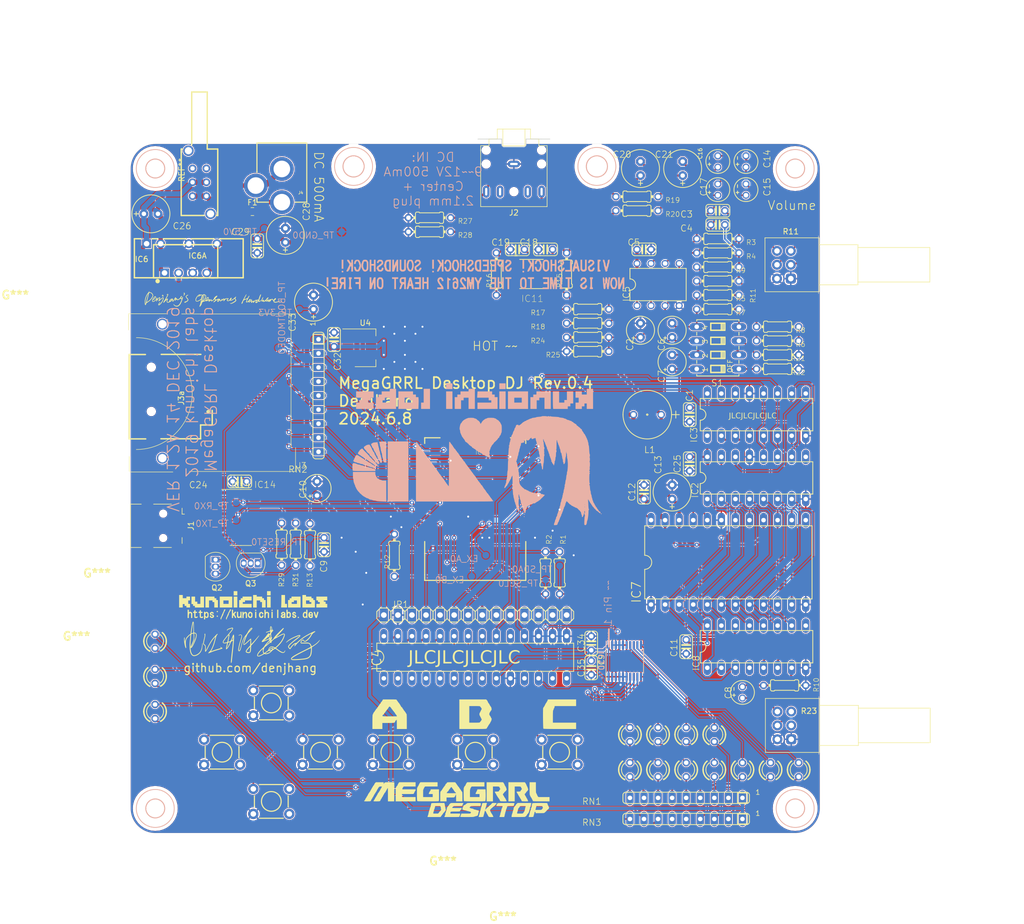
<source format=kicad_pcb>
(kicad_pcb (version 20221018) (generator pcbnew)
  (layers (0 "F.Cu" signal) (31 "B.Cu" signal) (34 "B.Paste" user) (35 "F.Paste" user) (36 "B.SilkS" user "B.Silkscreen") (37 "F.SilkS" user "F.Silkscreen") (38 "B.Mask" user) (39 "F.Mask" user) (44 "Edge.Cuts" user))
  (net 0 "")
  (net 1 "GND")
  (net 2 "SDA")
  (net 3 "SCL")
  (net 4 "CLK_FM")
  (net 5 "CLK_PSG")
  (net 6 "+5V")
  (net 7 "SHCLK")
  (net 8 "SHSTO")
  (net 9 "+3V3")
  (net 10 "KEY_INT")
  (net 11 "VBIAS")
  (net 12 "AUDIO_FML")
  (net 13 "AUDIO_FMR")
  (net 14 "AUDIO_PSG")
  (net 15 "Net-(IC5A--IN)")
  (net 16 "Net-(IC5A-OUT)")
  (net 17 "Net-(IC5B--IN)")
  (net 18 "Net-(IC5B-OUT)")
  (net 19 "+5V{slash}2")
  (net 20 "Net-(S1D-2)")
  (net 21 "Net-(S1B-2)")
  (net 22 "Net-(R14A-E)")
  (net 23 "Net-(C8-Pad+)")
  (net 24 "/MCU & interface/ESP32_RESET")
  (net 25 "Net-(R14B-E)")
  (net 26 "Net-(R14A-S)")
  (net 27 "/Audio/AUDIO_LINEL")
  (net 28 "/Audio/AUDIO_LINER")
  (net 29 "Net-(R14B-S)")
  (net 30 "Net-(IC11-BYPASS)")
  (net 31 "Net-(IC11-VO1)")
  (net 32 "Net-(C20-Pad-)")
  (net 33 "Net-(IC11-VO2)")
  (net 34 "SHDATA")
  (net 35 "Net-(C21-Pad-)")
  (net 36 "/MCU & interface/SD_D0")
  (net 37 "Net-(IC12-IO25)")
  (net 38 "Net-(IC12-IO26)")
  (net 39 "+12V")
  (net 40 "/Sound chips & bus/D1")
  (net 41 "/Sound chips & bus/D2")
  (net 42 "/Sound chips & bus/D3")
  (net 43 "/Sound chips & bus/D4")
  (net 44 "/Sound chips & bus/D5")
  (net 45 "/Sound chips & bus/D6")
  (net 46 "/Sound chips & bus/D7")
  (net 48 "Net-(IC2A-SER)")
  (net 49 "/Sound chips & bus/D0")
  (net 51 "/Sound chips & bus/A1")
  (net 52 "/Sound chips & bus/A0")
  (net 53 "/Sound chips & bus/{slash}IC")
  (net 54 "/Sound chips & bus/{slash}WR")
  (net 55 "/Sound chips & bus/{slash}CS_PSG")
  (net 56 "/Sound chips & bus/{slash}CS_FM")
  (net 67 "/Keys/KEY_C")
  (net 68 "/Keys/KEY_B")
  (net 69 "/Keys/KEY_A")
  (net 70 "/Keys/KEY_RIGHT")
  (net 71 "/Keys/KEY_DOWN")
  (net 72 "/Keys/KEY_LEFT")
  (net 73 "/Keys/KEY_UP")
  (net 77 "Net-(D3-PadA)")
  (net 80 "/LED drivers/PSG1")
  (net 81 "/LED drivers/FM2")
  (net 82 "/LED drivers/FM3")
  (net 83 "/LED drivers/FM4")
  (net 84 "/LED drivers/PSGS")
  (net 85 "/LED drivers/PSG3")
  (net 86 "/LED drivers/PSG2")
  (net 87 "/LED drivers/FM1")
  (net 89 "/LED drivers/FM5")
  (net 90 "/LED drivers/FM6")
  (net 91 "/LED drivers/FMS")
  (net 93 "/LED drivers/USERA")
  (net 94 "/LED drivers/USERB")
  (net 95 "/LED drivers/USERC")
  (net 96 "Net-(IC11-IN1-)")
  (net 97 "Net-(IC11-IN2-)")
  (net 101 "/MCU & interface/LCD_CLK")
  (net 102 "/MCU & interface/LCD_MOSI")
  (net 103 "/MCU & interface/SD_CLK")
  (net 104 "/MCU & interface/SD_D2")
  (net 105 "/MCU & interface/SD_D3")
  (net 112 "/MCU & interface/SD_CMD")
  (net 113 "/MCU & interface/SD_D1")
  (net 115 "/MCU & interface/LCD_{slash}CS")
  (net 116 "/MCU & interface/RXD")
  (net 117 "/MCU & interface/TXD")
  (net 118 "/MCU & interface/LCD_DC")
  (net 119 "Net-(IC14-UD+)")
  (net 120 "Net-(IC14-UD-)")
  (net 127 "Net-(IC14-~{DTR})")
  (net 128 "Net-(JP1-Pad8)")
  (net 135 "/LED drivers/FM1N")
  (net 136 "/LED drivers/FM2N")
  (net 137 "/LED drivers/FM3N")
  (net 138 "/LED drivers/FM4N")
  (net 139 "/LED drivers/FM5N")
  (net 140 "/LED drivers/FM6N")
  (net 141 "/LED drivers/FMSN")
  (net 142 "/LED drivers/PSG1N")
  (net 143 "/LED drivers/PSG2N")
  (net 144 "/LED drivers/PSG3N")
  (net 145 "/LED drivers/PSGSN")
  (net 146 "/LED drivers/USERAN")
  (net 147 "/LED drivers/USERBN")
  (net 148 "/LED drivers/USERCN")
  (net 149 "Net-(IC14-~{RTS})")
  (net 150 "Net-(R23-PadS)")
  (net 152 "Net-(R22-Pad2)")
  (net 157 "Net-(Q2-B)")
  (net 158 "Net-(Q3-B)")
  (net 159 "Net-(S1D-1)")
  (net 160 "Net-(S1B-1)")
  (net 161 "Net-(J2-TIP)")
  (net 162 "Net-(J2-RING)")
  (net 163 "Net-(S1C-1)")
  (net 166 "DC-IN")
  (net 167 "GND-IN")
  (footprint "MegaGRRLDesktop:0204_7" (layer "F.Cu") (at 140.2461 58.6486)
    (fp_text reference "R28")
    (fp_text value "10k")
  )
  (footprint "Silk Screen Art:MegaGRRL Desktop" (layer "F.Cu") (at 145.6 161.4)
    (fp_text reference "G***")
    (fp_text value "LOGO" hide)
  )
  (footprint "MegaGRRLDesktop:LED3MM" (layer "F.Cu") (at 181.5211 149.4536 90)
    (fp_text reference "LED9" hide)
    (fp_text value "LED3MM")
  )
  (footprint "MegaGRRLDesktop:0204_7" (layer "F.Cu") (at 192.3161 70.0786 180)
    (fp_text reference "R5")
    (fp_text value "47k" hide)
  )
  (footprint "MegaGRRLDesktop:E2,5-7" (layer "F.Cu") (at 178.3461 47.2186 90)
    (fp_text reference "C20")
    (fp_text value "100uF" hide)
  )
  (footprint "MegaGRRLDesktop:E2-4" (layer "F.Cu") (at 192.3161 45.9486 90)
    (fp_text reference "C16")
    (fp_text value "1uF" hide)
  )
  (footprint "Fuse:Fuse_0805_2012Metric" (layer "F.Cu") (at 108.2625 55)
    (fp_text reference "F1")
    (fp_text value "Fuse_0805_2012Metric")
  )
  (footprint "MegaGRRLDesktop:C025-024X044" (layer "F.Cu") (at 178.9811 61.8236)
    (fp_text reference "C5")
    (fp_text value "0.1uF" hide)
  )
  (footprint "MegaGRRLDesktop:RL622_SERIES" (layer "F.Cu") (at 177.0761 91.6686 180)
    (fp_text reference "L1")
    (fp_text value "RL622-101K-RC" hide)
  )
  (footprint "MegaGRRLDesktop:0204_7" (layer "F.Cu") (at 168.8211 77.6986 180)
    (fp_text reference "R24")
    (fp_text value "100k" hide)
  )
  (footprint "Silk Screen Art:ABC.kicad2_mod" (layer "F.Cu") (at 148.3 145.5)
    (fp_text reference "G***")
    (fp_text value "LOGO" hide)
  )
  (footprint "MegaGRRLDesktop:C025-024X044" (layer "F.Cu") (at 169.4561 137.3886 -90)
    (fp_text reference "C35")
    (fp_text value "0.1uF" hide)
  )
  (footprint "MegaGRRLDesktop:0204_7" (layer "F.Cu") (at 192.3161 64.9986 180)
    (fp_text reference "R9")
    (fp_text value "5k6" hide)
  )
  (footprint "TF Push:TF-SMD_TF-PUSH" (layer "F.Cu") (at 95.7 88.05 -90)
    (fp_text reference "J3a")
    (fp_text value "std:8630a74813a14cdca67e7b05dd5d2bc3")
  )
  (footprint "MegaGRRLDesktop:TACTILE_SWITCH_PTH_6.0MM" (layer "F.Cu") (at 163.7411 152.6286)
    (fp_text reference "SWC0" hide)
    (fp_text value "MOMENTARY-SWITCH-SPST-PTH-6.0MM")
  )
  (footprint "MegaGRRLDesktop:DIP04S" (layer "F.Cu") (at 192.3161 79.6036 90)
    (fp_text reference "S1")
    (fp_text value "DIP04S")
  )
  (footprint "MegaGRRLDesktop:C025-024X044" (layer "F.Cu") (at 121.1961 115.1636 -90)
    (fp_text reference "C9")
    (fp_text value "0.1uF" hide)
  )
  (footprint "MegaGRRLDesktop:0204_7" (layer "F.Cu") (at 192.3161 67.5386 180)
    (fp_text reference "R11")
    (fp_text value "5k6" hide)
  )
  (footprint "kicad_lceda:PWRM-TH_B0505S-3WR2" (layer "F.Cu") (at 95.5 60.8)
    (fp_text reference "IC6")
    (fp_text value "std:a4c6558b222b489b868198a352481a86" hide)
  )
  (footprint "MegaGRRLDesktop:0204_7" (layer "F.Cu") (at 116.078 115.062 -90)
    (fp_text reference "R31")
    (fp_text value "10k")
  )
  (footprint "MegaGRRLDesktop:0204_7" (layer "F.Cu") (at 165.0111 66.2686 90)
    (fp_text reference "R15")
    (fp_text value "15k" hide)
  )
  (footprint "MegaGRRLDesktop:LED3MM" (layer "F.Cu") (at 196.7611 155.8036 90)
    (fp_text reference "LED5" hide)
    (fp_text value "LED3MM")
  )
  (footprint "MegaGRRLDesktop:E2,5-7" (layer "F.Cu") (at 185.9661 47.2186 90)
    (fp_text reference "C21")
    (fp_text value "100uF" hide)
  )
  (footprint "MegaGRRLDesktop:0204_7" (layer "F.Cu") (at 177.7111 52.2986 180)
    (fp_text reference "R19")
    (fp_text value "10R" hide)
  )
  (footprint "MegaGRRLDesktop:DIL16" (layer "F.Cu") (at 199.3011 103.0986)
    (fp_text reference "IC2")
    (fp_text value "74HCT595N" hide)
  )
  (footprint "MegaGRRLDesktop:0204_7" (layer "F.Cu") (at 152.3111 66.2686 90)
    (fp_text reference "R16")
    (fp_text value "15k" hide)
  )
  (footprint "MegaGRRLDesktop:LED3MM" (layer "F.Cu") (at 176.4411 155.8036 90)
    (fp_text reference "LED1" hide)
    (fp_text value "LED3MM")
  )
  (footprint "MegaGRRLDesktop:ILI9341_2_4" (layer "F.Cu") (at 148.5011 127.8636)
    (fp_text reference "JP1")
    (fp_text value "ILI9341_2_4")
  )
  (footprint "Package_SO:TSSOP-20_4.4x6.5mm_P0.65mm" (layer "F.Cu") (at 175.514 136.144 90)
    (fp_text reference "IC9")
    (fp_text value "PCA9634PW")
  )
  (footprint "MegaGRRLDesktop:0204_7" (layer "F.Cu") (at 192.3161 72.6186 180)
    (fp_text reference "R7")
    (fp_text value "47k" hide)
  )
  (footprint "MegaGRRLDesktop:0204_7" (layer "F.Cu") (at 203.1111 80.8736 180)
    (fp_text reference "R21")
    (fp_text value "2k2" hide)
  )
  (footprint "MegaGRRLDesktop:E2,5-7" (layer "F.Cu") (at 89.93 55.4)
    (fp_text reference "C26")
    (fp_text value "100uF" hide)
  )
  (footprint "MegaGRRLDesktop:LED3MM" (layer "F.Cu") (at 181.5211 155.8036 90)
    (fp_text reference "LED2" hide)
    (fp_text value "LED3MM")
  )
  (footprint "MegaGRRLDesktop:TACTILE_SWITCH_PTH_6.0MM" (layer "F.Cu") (at 111.6711 143.7386)
    (fp_text reference "SWUP0" hide)
    (fp_text value "MOMENTARY-SWITCH-SPST-PTH-6.0MM")
  )
  (footprint "MegaGRRLDesktop:E2-4" (layer "F.Cu") (at 196.7611 141.8336 90)
    (fp_text reference "C8")
    (fp_text value "1uF" hide)
  )
  (footprint "Connector_Audio:Jack_3.5mm_CUI_SJ1-3525N_Horizontal" (layer "F.Cu") (at 155.4861 46.4 180)
    (fp_text reference "J2")
    (fp_text value "35RAPC4BHN2")
    (fp_line (start -2.2 3.5) (end -2.2 4.5) (stroke (width 0.12)) (layer "Edge.Cuts"))
    (fp_line (start -2.2 4.5) (end -6.5 4.5) (stroke (width 0.12)) (layer "Edge.Cuts"))
    (fp_line (start 1.8 3.1) (end -1.8 3.1) (stroke (width 0.12)) (layer "Edge.Cuts"))
    (fp_line (start 2.2 3.5) (end 2.2 4.5) (stroke (width 0.12)) (layer "Edge.Cuts"))
    (fp_line (start 2.2 4.5) (end 6.5 4.5) (stroke (width 0.12)) (layer "Edge.Cuts"))
    (fp_arc (start -2.2 3.5) (mid -2.082842 3.217158) (end -1.8 3.1) (stroke (width 0.12)) (layer "Edge.Cuts"))
    (fp_arc (start 1.8 3.1) (mid 2.082843 3.217157) (end 2.2 3.5) (stroke (width 0.12)) (layer "Edge.Cuts"))
  )
  (footprint "MegaGRRLDesktop:C025-024X044" (layer "F.Cu") (at 109.1311 61.1886 -90)
    (fp_text reference "C29")
    (fp_text value "0.1uF" hide)
  )
  (footprint "MegaGRRLDesktop:SIL9" (layer "F.Cu") (at 186.6011 164.6936 180)
    (fp_text reference "RN3")
    (fp_text value "1k")
  )
  (footprint "Silk Screen Art:website" (layer "F.Cu") (at 108.637213 125.990518)
    (fp_text reference "G***")
    (fp_text value "LOGO" hide)
  )
  (footprint "MegaGRRLDesktop:TACTILE_SWITCH_PTH_6.0MM" (layer "F.Cu") (at 102.7811 152.6286)
    (fp_text reference "SWLEFT0" hide)
    (fp_text value "MOMENTARY-SWITCH-SPST-PTH-6.0MM")
  )
  (footprint "MegaGRRLDesktop:0204_7" (layer "F.Cu") (at 140.2461 56.1086)
    (fp_text reference "R27")
    (fp_text value "10k")
  )
  (footprint "MegaGRRLDesktop:C025-024X044" (layer "F.Cu") (at 123 78.1 90)
    (fp_text reference "C32")
    (fp_text value "0.1uF" hide)
  )
  (footprint "MegaGRRLDesktop:E2,5-5" (layer "F.Cu") (at 178.3461 76.4286 90)
    (fp_text reference "C2")
    (fp_text value "10uF" hide)
  )
  (footprint "Connector_USB:USB_Mini-B_Lumberg_2486_01_Horizontal" (layer "F.Cu") (at 92.15 111.75 -90)
    (fp_text reference "J1")
    (fp_text value "USB_B_Mini")
  )
  (footprint "MegaGRRLDesktop:SIL9" (layer "F.Cu") (at 186.6011 160.8836 180)
    (fp_text reference "RN1")
    (fp_text value "1k")
  )
  (footprint "MegaGRRLDesktop:TACTILE_SWITCH_PTH_6.0MM" (layer "F.Cu") (at 111.6711 161.5186)
    (fp_text reference "SWDOWN0" hide)
    (fp_text value "MOMENTARY-SWITCH-SPST-PTH-6.0MM")
  )
  (footprint "kicad_lceda:PWRM-TH_BXXXXS-1W" (layer "F.Cu") (at 96.2 66.0735)
    (fp_text reference "IC6A")
    (fp_text value "std:44d60e1deb274ae4bbd12617d1f88879" hide)
  )
  (footprint "Potentiometer_THT:Potentiometer_Alps_RK097_Dual_Horizontal" (layer "F.Cu") (at 205.5 67.1 180)
    (fp_text reference "R11")
    (fp_text value "Potentiometer_Alps_RK097_Dual_Horizontal")
    (fp_line (start -5 -2.7) (end -5 7.7) (stroke (width 0.1)) (layer "Edge.Cuts"))
  )
  (footprint "MegaGRRLDesktop:LED3MM" (layer "F.Cu") (at 191.6811 155.8036 90)
    (fp_text reference "LED4" hide)
    (fp_text value "LED3MM")
  )
  (footprint "MegaGRRLDesktop:SIL9" (layer "F.Cu") (at 120.2 88.22 -90)
    (fp_text reference "RN2")
    (fp_text value "10k" hide)
  )
  (footprint "MegaGRRLDesktop:C025-024X044" (layer "F.Cu") (at 187.2361 91.6686 -90)
    (fp_text reference "C1")
    (fp_text value "0.1uF" hide)
  )
  (footprint "MegaGRRLDesktop:0204_7" (layer "F.Cu") (at 168.8211 72.6186 180)
    (fp_text reference "R17")
    (fp_text value "10k" hide)
  )
  (footprint "Package_TO_SOT_THT:TO-92_Inline" (layer "F.Cu") (at 109.22 118.512 180)
    (fp_text reference "Q3")
    (fp_text value "2SC1815")
  )
  (footprint "Silk Screen Art:Denjhang" (layer "F.Cu") (at 101.2 71)
    (fp_text reference "G***")
    (fp_text value "LOGO" hide)
  )
  (footprint "MegaGRRLDesktop:LED3MM" (layer "F.Cu") (at 201.8411 155.8036 90)
    (fp_text reference "LED6" hide)
    (fp_text value "LED3MM")
  )
  (footprint "MegaGRRLDesktop:LED3MM" (layer "F.Cu") (at 186.6011 155.8036 90)
    (fp_text reference "LED3" hide)
    (fp_text value "LED3MM")
  )
  (footprint "MegaGRRLDesktop:DIL08" (layer "F.Cu") (at 181.5211 68.1736)
    (fp_text reference "IC5")
    (fp_text value "NE5532N" hide)
  )
  (footprint "MegaGRRLDesktop:0204_7" (layer "F.Cu") (at 192.3161 62.4586)
    (fp_text reference "R4")
    (fp_text value "82k" hide)
  )
  (footprint "MegaGRRLDesktop:E2,5-7" (layer "F.Cu") (at 119.2911 71.3486 90)
    (fp_text reference "C33")
    (fp_text value "100uF" hide)
  )
  (footprint "MegaGRRLDesktop:LED3MM" (layer "F.Cu") (at 191.6811 149.4536 90)
    (fp_text reference "LED11" hide)
    (fp_text value "LED3MM")
  )
  (footprint "MegaGRRLDesktop:SD-106M" (layer "F.Cu") (at 105.2 87.8 -90)
    (fp_text reference "J3")
    (fp_text value "2041021-3")
  )
  (footprint "MegaGRRLDesktop:C025-024X044" (layer "F.Cu") (at 192.3161 57.3786 180)
    (fp_text reference "C4")
    (fp_text value "120pF")
  )
  (footprint "MegaGRRLDesktop:0204_7" (layer "F.Cu") (at 163.7411 120.2436 90)
    (fp_text reference "R1")
    (fp_text value "2k2")
  )
  (footprint "MegaGRRLDesktop:LED3MM" (layer "F.Cu") (at 90.678 132.588 90)
    (fp_text reference "LED12" hide)
    (fp_text value "LED3MM")
  )
  (footprint "MegaGRRLDesktop:E2,5-7" (layer "F.Cu") (at 184.0611 105.6386 90)
    (fp_text reference "C13")
    (fp_text value "330uF" hide)
  )
  (footprint "MegaGRRLDesktop:0204_7" (layer "F.Cu") (at 118.6561 115.1636 90)
    (fp_text reference "R13")
    (fp_text value "10k" hide)
  )
  (footprint "MegaGRRLDesktop:C025-024X044" (layer "F.Cu") (at 105.9561 103.7336 180)
    (fp_text reference "C24")
    (fp_text value "0.1uF" hide)
  )
  (footprint "MegaGRRLDesktop:0204_7" (layer "F.Cu") (at 203.1111 78.3336)
    (fp_text reference "R6")
    (fp_text value "47K" hide)
  )
  (footprint "MegaGRRLDesktop:LED3MM" (layer "F.Cu") (at 90.678 138.938 90)
    (fp_text reference "LED13" hide)
    (fp_text value "LED3MM")
  )
  (footprint "MegaGRRLDesktop:0204_7" (layer "F.Cu") (at 192.3161 59.9186)
    (fp_text reference "R3")
    (fp_text value "82k" hide)
  )
  (footprint "MegaGRRLDesktop:DIL16" (layer "F.Cu") (at 199.3011 91.6686)
    (fp_text reference "IC3")
    (fp_text value "74HCT595N" hide)
  )
  (footprint "MegaGRRLDesktop:LED3MM" (layer "F.Cu") (at 206.9211 155.8036 90)
    (fp_text reference "LED7" hide)
    (fp_text value "LED3MM")
  )
  (footprint "MegaGRRLDesktop:0204_7" (layer "F.Cu") (at 203.1111 83.4136 180)
    (fp_text reference "R22")
    (fp_text value "2k2" hide)
  )
  (footprint "MegaGRRLDesktop:E2,5-5" (layer "F.Cu") (at 184.0611 76.4286 90)
    (fp_text reference "C6")
    (fp_text value "10uF" hide)
  )
  (footprint "Potentiometer_THT:Potentiometer_Alps_RK097_Dual_Horizontal" (layer "F.Cu") (at 205.575 150.3 180)
    (fp_text reference "R23")
    (fp_text value "Potentiometer_Alps_RK097_Dual_Horizontal")
    (fp_line (start -5 -2.7) (end -5 7.7) (stroke (width 0.1)) (layer "Edge.Cuts"))
  )
  (footprint "MegaGRRLDesktop:C025-024X044" (layer "F.Cu") (at 161.2011 61.8236 180)
    (fp_text reference "C18")
    (fp_text value "0.1uF" hide)
  )
  (footprint "MegaGRRLDesktop:TACTILE_SWITCH_PTH_6.0MM" (layer "F.Cu") (at 133.2611 152.6286)
    (fp_text reference "SWA0" hide)
    (fp_text value "MOMENTARY-SWITCH-SPST-PTH-6.0MM")
  )
  (footprint "MegaGRRLDesktop:E2-4" (layer "F.Cu") (at 197.3961 45.9486 90)
    (fp_text reference "C14")
    (fp_text value "1uF" hide)
  )
  (footprint "Package_TO_SOT_SMD:SOT-223" (layer "F.Cu") (at 128.65 79.6)
    (fp_text reference "U4")
    (fp_text value "AMS1117-3.3V")
  )
  (footprint "MegaGRRLDesktop:C025-024X044" (layer "F.Cu") (at 186.6011 133.5786 -90)
    (fp_text reference "C11")
    (fp_text value "0.1uF" hide)
  )
  (footprint "MegaGRRLDesktop:C025-024X044" (layer "F.Cu") (at 187.2361 100.5586 -90)
    (fp_text reference "C25")
    (fp_text value "0.1uF" hide)
  )
  (footprint "MegaGRRLDesktop:E2,5-7" (layer "F.Cu") (at 114.2111 59.2836 90)
    (fp_text reference "C28")
    (fp_text value "100uF" hide)
  )
  (footprint "MegaGRRLDesktop:LED3MM" (layer "F.Cu") (at 176.4411 149.4536 90)
    (fp_text reference "LED8" hide)
    (fp_text value "LED3MM")
  )
  (footprint "MegaGRRLDesktop:YM2612" (layer "F.Cu") (at 194.2211 118.3386)
    (fp_text reference "IC7")
    (fp_text value "YM2612")
  )
  (footprint "MegaGRRLDesktop:0204_7" (layer "F.Cu") (at 204.3811 140.5636)
    (fp_text reference "R10")
    (fp_text value "2k2" hide)
  )
  (footprint "MegaGRRLDesktop:C025-024X044" (layer "F.Cu") (at 156.1211 61.8236 180)
    (fp_text reference "C19")
    (fp_text value "0.1uF" hide)
  )
  (footprint "MegaGRRLDesktop:C025-024X044" (layer "F.Cu") (at 178.9811 105.6386 90)
    (fp_text reference "C12")
    (fp_text value "0.1uF" hide)
  )
  (footprint "MegaGRRLDesktop:SN76489" (layer "F.Cu") (at 194.2211 133.5786)
    (fp_text reference "IC8")
    (fp_text value "SN76489")
  )
  (footprint "MegaGRRLDesktop:0204_7" (layer "F.Cu") (at 203.1111 75.7936)
    (fp_text reference "R8")
    (fp_text value "47K" hide)
  )
  (footprint "kicad_lceda:SW-TH_PS-22E05" (layer "F.Cu") (at 98.7 49.7 90)
    (fp_text reference "REF**")
    (fp_text value "std:d3d4a25bb1344bd597a3916e4358391c")
  )
  (footprint "MegaGRRLDesktop:C025-024X044" (layer "F.Cu") (at 192.3161 54.8386 180)
    (fp_text reference "C3")
    (fp_text value "120pF")
  )
  (footprint "Package_SO:SOIC-16_3.9x9.9mm_P1.27mm" (layer "F.Cu") (at 106.172 110.236)
    (fp_text reference "IC14")
    (fp_text value "CH340C")
  )
  (footprint "MegaGRRLDesktop:0204_7" (layer "F.Cu") (at 168.8211 75.1586 180)
    (fp_text reference "R18")
    (fp_text value "10k" hide)
  )
  (footprint "MegaGRRLDesktop:0204_7" (layer "F.Cu") (at 133.8961 117.0686 90)
    (fp_text reference "R12")
    (fp_text value "100R" hide)
  )
  (footprint "MegaGRRLDesktop:POWER_JACK_PTH" (layer "F.Cu") (at 113.5761 39.5986 180)
    (fp_text reference "J4")
    (fp_text value "POWER_JACK" hide)
  )
  (footprint "MegaGRRLDesktop:D8" (layer "F.Cu") (at 158.6611 66.2686)
    (fp_text reference "IC11")
    (fp_text value "TPA6111A2DR" hide)
  )
  (footprint "Package_TO_SOT_THT:TO-92_Inline" (layer "F.Cu") (at 101.6 117.856 -90)
    (fp_text reference "Q2")
    (fp_text value "2SC1815")
  )
  (footprint "MegaGRRLDesktop:TACTILE_SWITCH_PTH_6.0MM" (layer "F.Cu") (at 120.5611 152.6286)
    (fp_text reference "SWRIGHT0" hide)
    (fp_text value "MOMENTARY-SWITCH-SPST-PTH-6.0MM")
  )
  (footprint "MegaGRRLDesktop:E2-4" (layer "F.Cu") (at 192.3161 51.0286 90)
    (fp_text reference "C17")
    (fp_text value "1uF" hide)
  )
  (footprint "MegaGRRLDesktop:0204_7" (layer "F.Cu") (at 177.7111 54.8386 180)
    (fp_text reference "R20")
    (fp_text value "10R" hide)
  )
  (footprint "MegaGRRLDesktop:0204_7" (layer "F.Cu") (at 168.8211 80.2386)
    (fp_text reference "R25")
    (fp_text value "100k" hide)
  )
  (footprint "MegaGRRLDesktop:TACTILE_SWITCH_PTH_6.0MM" (layer "F.Cu") (at 148.5011 152.6286)
    (fp_text reference "SWB0" hide)
    (fp_text value "MOMENTARY-SWITCH-SPST-PTH-6.0MM")
  )
  (footprint "MegaGRRLDesktop:LED3MM" (layer "F.Cu") (at 90.678 145.288 90)
    (fp_text reference "LED14" hide)
    (fp_text value "LED3MM")
  )
  (footprint "MegaGRRLDesktop:E2,5-5" (layer "F.Cu") (at 184.0611 82.1436 90)
    (fp_text reference "C7")
    (fp_text value "10uF" hide)
  )
  (footprint "Silk Screen Art:电江" (layer "F.Cu") (at 108 132.7)
    (fp_text reference "G***")
    (fp_text value "LOGO" hide)
  )
  (footprint "MegaGRRLDesktop:0204_7" (layer "F.Cu") (at 113.538 115.062 -90)
    (fp_text reference "R29")
    (fp_text value "10k")
  )
  (footprint "MegaGRRLDesktop:ESP-WROOM-32-NO-RF" (layer "F.Cu") (at 148.5011 106.2736 -90)
    (fp_text reference "IC12")
    (fp_text value "ESP-WROOM-32ESP-WROOM-32-NO-RF")
  )
  (footprint "MegaGRRLDesktop:E2-4" (layer "F.Cu") (at 197.3961 51.0286 90)
    (fp_text reference "C15")
    (fp_text value "1uF" hide)
  )
  (footprint "MegaGRRLDesktop:C025-024X044" (layer "F.Cu") (at 169.4561 132.9436 90)
    (fp_text reference "C34")
    (fp_text value "0.1uF" hide)
  )
  (footprint "MegaGRRLDesktop:LED3MM" (layer "F.Cu") (at 186.6011 149.4536 90)
    (fp_text reference "LED10" hide)
    (fp_text value "LED3MM")
  )
  (footprint "MegaGRRLDesktop:0204_7" (layer "F.Cu") (at 161.2011 120.2436 90)
    (fp_text reference "R2")
    (fp_text value "2k2")
  )
  (footprint "MegaGRRLDesktop:DIL28-3" (layer "F.Cu") (at 148.5011 135.4836)
    (fp_text reference "IC4")
    (fp_text value "MCP23017SP" hide)
  )
  (footprint "MegaGRRLDesktop:E2,5-5" (layer "F.Cu") (at 119.9261 105.0036 90)
    (fp_text reference "C10")
    (fp_text value "10uF" hide)
  )
  (footprint "Silk Screen Art:heart on fire" (layer "B.Cu") (at 148.6 66.6 180)
    (fp_text reference "G***" hide)
    (fp_text value "LOGO" hide)
  )
  (footprint "Package_SO:TSSOP-20_4.4x6.5mm_P0.65mm" (layer "B.Cu") (at 175.514 136.144 -90)
    (fp_text reference "IC10")
    (fp_text value "PCA9634PW")
  )
  (footprint "MegaGRRLDesktop:B1,27" (layer "B.Cu") (at 161.2011 121.5136 180)
    (property "Value" "")
    (fp_text reference "TP_SCL0")
    (fp_text value "TPB1,27")
  )
  (footprint "MegaGRRLDesktop:B1,27" (layer "B.Cu") (at 116.7511 72.6186 180)
    (property "Value" "")
    (fp_text reference "TP_3V3")
    (fp_text value "TPB1,27")
  )
  (footprint "MegaGRRLDesktop:B1,27" (layer "B.Cu") (at 105.3211 107.5436 180)
    (property "Value" "")
    (fp_text reference "TP_RX0")
    (fp_text value "TPB1,27")
  )
  (footprint "MegaGRRLDesktop:3,6" (layer "B.Cu") (at 126.5301 46.8376 180)
    (fp_text reference "H5" hide)
    (fp_text value "MOUNT-HOLE3.6" hide)
  )
  (footprint "MegaGRRLDesktop:B1,27" (layer "B.Cu") (at 124.3711 58.6486 180)
    (property "Value" "")
    (fp_text reference "TP_GND0")
    (fp_text value "TPB1,27")
  )
  (footprint "MegaGRRLDesktop:3,2" (layer "B.Cu") (at 90.7161 47.2186 180)
    (fp_text reference "H3" hide)
    (fp_text value "MOUNT-HOLE3.2" hide)
  )
  (footprint "MegaGRRLDesktop:B1,27" (layer "B.Cu") (at 150.4061 117.0686 180)
    (property "Value" "")
    (fp_text reference "EX_A0")
    (fp_text value "TPB1,27")
  )
  (footprint "MegaGRRLDesktop:3,6" (layer "B.Cu") (at 170.4721 46.8376 180)
    (fp_text reference "H6" hide)
    (fp_text value "MOUNT-HOLE3.6" hide)
  )
  (footprint "MegaGRRLDesktop:3,2" (layer "B.Cu") (at 206.2861 47.2186 180)
    (fp_text reference "H8" hide)
    (fp_text value "MOUNT-HOLE3.2" hide)
  )
  (footprint "MegaGRRLDesktop:B1,27" (layer "B.Cu") (at 112.9411 79.6036 180)
    (property "Value" "")
    (fp_text reference "TP_BOOTMODE0")
    (fp_text value "TPB1,27")
  )
  (footprint "MegaGRRLDesktop:B1,27" (layer "B.Cu") (at 105.3211 110.7186 180)
    (property "Value" "")
    (fp_text reference "TP_TX0")
    (fp_text value "TPB1,27")
  )
  (footprint "MegaGRRLDesktop:B1,27" (layer "B.Cu") (at 147.8661 120.8786 180)
    (property "Value" "")
    (fp_text reference "EX_B0")
    (fp_text value "TPB1,27")
  )
  (footprint "MegaGRRLDesktop:B1,27" (layer "B.Cu") (at 118.618 114.046 180)
    (property "Value" "")
    (fp_text reference "TP_RESET0")
    (fp_text value "TPB1,27")
  )
  (footprint "MegaGRRLDesktop:B1,27" (layer "B.Cu") (at 110.4011 58.0136 180)
    (property "Value" "")
    (fp_text reference "TP_5V0")
    (fp_text value "TPB1,27")
  )
  (footprint "MegaGRRLDesktop:3,2" (layer "B.Cu") (at 90.7161 162.7886 180)
    (fp_text reference "H4" hide)
    (fp_text value "MOUNT-HOLE3.2" hide)
  )
  (footprint "MegaGRRLDesktop:3,2" (layer "B.Cu") (at 206.2861 162.7886 180)
    (fp_text reference "H7" hide)
    (fp_text value "MOUNT-HOLE3.2" hide)
  )
  (footprint "Silk Screen Art:natalie-md" (layer "B.Cu") (at 148.8 99 180)
    (fp_text reference "G***" hide)
    (fp_text value "LOGO" hide)
  )
  (footprint "MegaGRRLDesktop:B1,27" (layer "B.Cu") (at 163.7411 118.9736 180)
    (property "Value" "")
    (fp_text reference "TP_SDA0")
    (fp_text value "TPB1,27")
  )
  (gr_line (start 172.6311 130.4036) (end 172.6311 133.5786) (stroke (width 0.3048)) (layer "B.SilkS"))
  (gr_arc (start 86.2711 47.2186) (mid 87.57301 44.07551) (end 90.7161 42.7736) (stroke (width 0.0254)) (layer "Edge.Cuts"))
  (gr_line (start 86.2711 47.2186) (end 86.2711 162.7886) (stroke (width 0.0254)) (layer "Edge.Cuts"))
  (gr_line (start 90.7161 167.2336) (end 206.2861 167.2336) (stroke (width 0.0254)) (layer "Edge.Cuts"))
  (gr_arc (start 90.7161 167.2336) (mid 87.57301 165.93169) (end 86.2711 162.7886) (stroke (width 0.0254)) (layer "Edge.Cuts"))
  (gr_line (start 206.2861 42.7736) (end 90.7161 42.7736) (stroke (width 0.0254)) (layer "Edge.Cuts"))
  (gr_arc (start 206.2861 42.7736) (mid 209.42919 44.07551) (end 210.7311 47.2186) (stroke (width 0.0254)) (layer "Edge.Cuts"))
  (gr_line (start 210.7311 162.7886) (end 210.7311 47.2186) (stroke (width 0.0254)) (layer "Edge.Cuts"))
  (gr_arc (start 210.7311 162.7886) (mid 209.42919 165.93169) (end 206.2861 167.2336) (stroke (width 0.0254)) (layer "Edge.Cuts"))
  (gr_text "MegaGRRL Desktop\n2019 kunoichi labs\nVER 1.2A 14 DEC 2019" (at 92.6211 71.9836 -90) (layer "B.SilkS") (effects (font (size 2.10312 2.10312) (thickness 0.18288)) (justify right bottom mirror)))
  (gr_text "DC IN:\n9~~12V 500mA\nCenter +\n2.1mm plug" (at 140.8811 49.1236) (layer "B.SilkS") (effects (font (size 1.63576 1.63576) (thickness 0.14224)) (justify mirror)))
  (gr_text "~~ Pin 1 ~~" (at 173.2661 121.5136 -270) (layer "B.SilkS") (effects (font (size 1.308608 1.308608) (thickness 0.113792)) (justify left bottom mirror)))
  (gr_text "JLCJLCJLCJLC" (at 194.3 92.5) (layer "F.SilkS") (effects (font (size 1 1) (thickness 0.2032)) (justify left bottom)))
  (gr_text "MegaGRRL Desktop DJ Rev.0.4\nDenjhang\n2024.6.8\n\n" (at 123.6 96.8) (layer "F.SilkS") (effects (font (size 2 2) (thickness 0.3)) (justify left bottom)))
  (gr_text "github.com/denjhang" (at 95.7 138.3) (layer "F.SilkS") (effects (font (size 1.5 1.5) (thickness 0.2)) (justify left bottom)))
  (gr_text "DC 500mA" (at 119.2911 44.0436 270) (layer "F.SilkS") (effects (font (size 1.63576 1.63576) (thickness 0.14224)) (justify left bottom)))
  (gr_text "IC14" (at 108.4961 105.0036) (layer "F.SilkS") (effects (font (size 1.1684 1.1684) (thickness 0.1016)) (justify left bottom)))
  (gr_text "Volume" (at 201.2061 54.8386) (layer "F.SilkS") (effects (font (size 1.63576 1.63576) (thickness 0.14224)) (justify left bottom)))
  (gr_text "JLCJLCJLCJLC" (at 136.4 137) (layer "F.SilkS") (effects (font (size 2.3368 2.3368) (thickness 0.2032)) (justify left bottom)))
  (gr_text "HOT ~~" (at 147.8661 80.2386) (layer "F.SilkS") (effects (font (size 1.63576 1.63576) (thickness 0.14224)) (justify left bottom)))
  (via (at 135.8011 75.7936) (size 0.7564) (drill 0.35) (layers "F.Cu" "B.Cu") (net 1))
  (via (at 128.1811 125.9586) (size 0.7564) (drill 0.35) (layers "F.Cu" "B.Cu") (net 1))
  (via (at 166.2811 117.0686) (size 0.7564) (drill 0.35) (layers "F.Cu" "B.Cu") (net 1))
  (via (at 135.8011 78.3336) (size 0.7564) (drill 0.35) (layers "F.Cu" "B.Cu") (net 1))
  (via (at 138.9761 75.7936) (size 0.7564) (drill 0.35) (layers "F.Cu" "B.Cu") (net 1))
  (via (at 126.9111 116.4336) (size 0.7564) (drill 0.35) (layers "F.Cu" "B.Cu") (net 1))
  (via (at 174.752 140.462) (size 0.8) (drill 0.4) (layers "F.Cu" "B.Cu") (net 1))
  (via (at 159.2961 113.8936) (size 0.7564) (drill 0.35) (layers "F.Cu" "B.Cu") (net 1))
  (via (at 124.3711 113.8936) (size 0.7564) (drill 0.35) (layers "F.Cu" "B.Cu") (net 1))
  (via (at 133.8961 77.0636) (size 0.7564) (drill 0.35) (layers "F.Cu" "B.Cu") (net 1))
  (via (at 147.2311 110.0836) (size 0.7564) (drill 0.35) (layers "F.Cu" "B.Cu") (net 1))
  (via (at 135.1661 111.9886) (size 0.7564) (drill 0.35) (layers "F.Cu" "B.Cu") (net 1))
  (via (at 131.9911 75.7936) (size 0.7564) (drill 0.35) (layers "F.Cu" "B.Cu") (net 1))
  (via (at 151.0411 113.8936) (size 0.7564) (drill 0.35) (layers "F.Cu" "B.Cu") (net 1))
  (via (at 133.8961 82.1436) (size 0.7564) (drill 0.35) (layers "F.Cu" "B.Cu") (net 1))
  (via (at 131.9911 83.4136) (size 0.7564) (drill 0.35) (layers "F.Cu" "B.Cu") (net 1))
  (via (at 138.9761 83.4136) (size 0.7564) (drill 0.35) (layers "F.Cu" "B.Cu") (net 1))
  (via (at 128.8161 120.2436) (size 0.7564) (drill 0.35) (layers "F.Cu" "B.Cu") (net 1))
  (via (at 162.4711 112.6236) (size 0.7564) (drill 0.35) (layers "F.Cu" "B.Cu") (net 1))
  (via (at 137.7061 82.1436) (size 0.7564) (drill 0.35) (layers "F.Cu" "B.Cu") (net 1))
  (via (at 135.8011 80.8736) (size 0.7564) (drill 0.35) (layers "F.Cu" "B.Cu") (net 1))
  (via (at 149.7711 113.8936) (size 0.7564) (drill 0.35) (layers "F.Cu" "B.Cu") (net 1))
  (via (at 135.8011 83.4136) (size 0.7564) (drill 0.35) (layers "F.Cu" "B.Cu") (net 1))
  (via (at 133.2611 110.0836) (size 0.7564) (drill 0.35) (layers "F.Cu" "B.Cu") (net 1))
  (via (at 137.7061 77.0636) (size 0.7564) (drill 0.35) (layers "F.Cu" "B.Cu") (net 1))
  (via (at 163.7411 108.8136) (size 0.7564) (drill 0.35) (layers "F.Cu" "B.Cu") (net 1))
  (segment (start 173.239 133.2815) (end 173.228 133.2705) (width 0.25) (layer "F.Cu") (net 2))
  (segment (start 161.8361 121.5136) (end 163.7411 123.4186) (width 0.3048) (layer "F.Cu") (net 2))
  (segment (start 143.4211 103.7336) (end 143.4211 113.8936) (width 0.3048) (layer "F.Cu") (net 2))
  (segment (start 140.9611 101.2736) (end 143.4211 103.7336) (width 0.3048) (layer "F.Cu") (net 2))
  (segment (start 156.7561 121.5136) (end 161.8361 121.5136) (width 0.3048) (layer "F.Cu") (net 2))
  (segment (start 173.228 133.2705) (end 173.228 128.524) (width 0.25) (layer "F.Cu") (net 2))
  (segment (start 168.7576 124.0536) (end 163.7411 124.0536) (width 0.25) (layer "F.Cu") (net 2))
  (segment (start 153.5811 118.3386) (end 156.7561 121.5136) (width 0.3048) (layer "F.Cu") (net 2))
  (segment (start 139.5011 101.2736) (end 140.9611 101.2736) (width 0.3048) (layer "F.Cu") (net 2))
  (segment (start 162.4711 138.0236) (end 163.7411 136.7536) (width 0.3048) (layer "F.Cu") (net 2))
  (segment (start 173.228 128.524) (end 168.7576 124.0536) (width 0.25) (layer "F.Cu") (net 2))
  (segment (start 143.4211 118.3386) (end 153.5811 118.3386) (width 0.3048) (layer "F.Cu") (net 2))
  (segment (start 163.7411 123.4186) (end 163.7411 124.0536) (width 0.3048) (layer "F.Cu") (net 2))
  (segment (start 163.7411 136.7536) (end 163.7411 124.0536) (width 0.3048) (layer "F.Cu") (net 2))
  (segment (start 162.4711 139.2936) (end 162.4711 138.0236) (width 0.3048) (layer "F.Cu") (net 2))
  (via (at 143.4211 118.3386) (size 0.7564) (drill 0.35) (layers "F.Cu" "B.Cu") (net 2))
  (via (at 143.4211 113.8936) (size 0.7564) (drill 0.35) (layers "F.Cu" "B.Cu") (net 2))
  (segment (start 163.322 137.668) (end 170.18 137.668) (width 0.3048) (layer "B.Cu") (net 2))
  (segment (start 173.239 139.943) (end 173.239 139.0065) (width 0.3048) (layer "B.Cu") (net 2))
  (segment (start 172.974 140.208) (end 173.239 139.943) (width 0.3048) (layer "B.Cu") (net 2))
  (segment (start 170.18 137.668) (end 171.831 139.319) (width 0.3048) (layer "B.Cu") (net 2))
  (segment (start 143.4211 113.8936) (end 143.4211 118.3386) (width 0.3048) (layer "B.Cu") (net 2))
  (segment (start 163.7411 124.0536) (end 163.7411 118.9736) (width 0.3048) (layer "B.Cu") (net 2))
  (segment (start 171.831 139.319) (end 171.831 139.827) (width 0.3048) (layer "B.Cu") (net 2))
  (segment (start 171.831 139.827) (end 172.212 140.208) (width 0.3048) (layer "B.Cu") (net 2))
  (segment (start 162.4711 139.2936) (end 162.4711 138.5189) (width 0.3048) (layer "B.Cu") (net 2))
  (segment (start 162.4711 138.5189) (end 163.322 137.668) (width 0.3048) (layer "B.Cu") (net 2))
  (segment (start 172.212 140.208) (end 172.974 140.208) (width 0.3048) (layer "B.Cu") (net 2))
  (segment (start 144.6911 119.6086) (end 152.9461 119.6086) (width 0.3048) (layer "F.Cu") (net 3))
  (segment (start 173.889 131.165) (end 174.244 130.81) (width 0.25) (layer "F.Cu") (net 3))
  (segment (start 144.6911 103.0986) (end 144.6911 113.8936) (width 0.3048) (layer "F.Cu") (net 3))
  (segment (start 152.9461 119.6086) (end 157.3911 124.0536) (width 0.3048) (layer "F.Cu") (net 3))
  (segment (start 161.2011 136.7536) (end 161.2011 129.9591) (width 0.3048) (layer "F.Cu") (net 3))
  (segment (start 173.889 133.2815) (end 173.889 131.165) (width 0.25) (layer "F.Cu") (net 3))
  (segment (start 159.9311 139.2936) (end 159.9311 138.0236) (width 0.3048) (layer "F.Cu") (net 3))
  (segment (start 139.5011 100.0036) (end 141.5961 100.0036) (width 0.3048) (layer "F.Cu") (net 3))
  (segment (start 161.2011 129.9591) (end 161.2011 124.0536) (width 0.3048) (layer "F.Cu") (net 3))
  (segment (start 157.3911 124.0536) (end 161.2011 124.0536) (width 0.3048) (layer "F.Cu") (net 3))
  (segment (start 141.5961 100.0036) (end 144.6911 103.0986) (width 0.3048) (layer "F.Cu") (net 3))
  (segment (start 159.9311 138.0236) (end 161.2011 136.7536) (width 0.3048) (layer "F.Cu") (net 3))
  (via (at 161.2011 129.9591) (size 0.8) (drill 0.4) (layers "F.Cu" "B.Cu") (net 3))
  (via (at 144.6911 119.6086) (size 0.7564) (drill 0.35) (layers "F.Cu" "B.Cu") (net 3))
  (via (at 174.244 130.81) (size 0.8) (drill 0.4) (layers "F.Cu" "B.Cu") (net 3))
  (via (at 144.6911 113.8936) (size 0.7564) (drill 0.35) (layers "F.Cu" "B.Cu") (net 3))
  (segment (start 173.3931 129.9591) (end 161.2011 129.9591) (width 0.25) (layer "B.Cu") (net 3))
  (segment (start 161.2011 124.0536) (end 161.2011 121.5136) (width 0.3048) (layer "B.Cu") (net 3))
  (segment (start 173.889 140.055) (end 173.228 140.716) (width 0.25) (layer "B.Cu") (net 3))
  (segment (start 171.785 140.543) (end 171.958 140.716) (width 0.25) (layer "B.Cu") (net 3))
  (segment (start 165.354 140.97) (end 165.781 140.543) (width 0.25) (layer "B.Cu") (net 3))
  (segment (start 165.781 140.543) (end 171.785 140.543) (width 0.25) (layer "B.Cu") (net 3))
  (segment (start 174.244 130.81) (end 173.3931 129.9591) (width 0.25) (layer "B.Cu") (net 3))
  (segment (start 173.889 139.0065) (end 173.889 140.055) (width 0.25) (layer "B.Cu") (net 3))
  (segment (start 171.958 140.716) (end 173.228 140.716) (width 0.25) (layer "B.Cu") (net 3))
  (segment (start 161.6075 140.97) (end 165.354 140.97) (width 0.25) (layer "B.Cu") (net 3))
  (segment (start 144.6911 113.8936) (end 144.6911 119.6086) (width 0.3048) (layer "B.Cu") (net 3))
  (segment (start 159.9311 139.2936) (end 161.6075 140.97) (width 0.25) (layer "B.Cu") (net 3))
  (segment (start 139.5011 102.5436) (end 137.7861 102.5436) (width 0.3048) (layer "F.Cu") (net 4))
  (segment (start 137.7061 93.5736) (end 163.1061 93.5736) (width 0.3048) (layer "F.Cu") (net 4))
  (segment (start 163.1061 93.5736) (end 180.2511 110.7186) (width 0.3048) (layer "F.Cu") (net 4))
  (segment (start 136.4361 94.8436) (end 137.7061 93.5736) (width 0.3048) (layer "F.Cu") (net 4))
  (segment (start 137.7861 102.5436) (end 136.4361 101.1936) (width 0.3048) (layer "F.Cu") (net 4))
  (segment (start 136.4361 101.1936) (end 136.4361 94.8436) (width 0.3048) (layer "F.Cu") (net 4))
  (segment (start 157.5011 103.8136) (end 166.9961 103.8136) (width 0.3048) (layer "F.Cu") (net 5))
  (segment (start 194.8561 131.6736) (end 195.4911 131.0386) (width 0.3048) (layer "F.Cu") (net 5))
  (segment (start 186.6011 130.4036) (end 187.8711 131.6736) (width 0.3048) (layer "F.Cu") (net 5))
  (segment (start 186.6011 123.4186) (end 186.6011 130.4036) (width 0.3048) (layer "F.Cu") (net 5))
  (segment (start 166.9961 103.8136) (end 186.6011 123.4186) (width 0.3048) (layer "F.Cu") (net 5))
  (segment (start 187.8711 131.6736) (end 194.8561 131.6736) (width 0.3048) (layer "F.Cu") (net 5))
  (segment (start 195.4911 131.0386) (end 195.4911 129.7686) (width 0.3048) (layer "F.Cu") (net 5))
  (segment (start 182.7911 110.7186) (end 182.7911 113.2586) (width 0.4064) (layer "F.Cu") (net 6))
  (segment (start 109.1311 59.9186) (end 106.9721 59.9186) (width 0.8128) (layer "F.Cu") (net 6))
  (segment (start 205.6511 89.1286) (end 204.3811 90.3986) (width 0.3048) (layer "F.Cu") (net 6))
  (segment (start 109.1311 59.9186) (end 113.5761 59.9186) (width 0.8128) (layer "F.Cu") (net 6))
  (segment (start 190.4111 93.381357) (end 190.4111 90.3986) (width 0.4064) (layer "F.Cu") (net 6))
  (segment (start 106.9721 59.9186) (end 105.7021 61.1886) (width 0.8128) (layer "F.Cu") (net 6))
  (segment (start 190.4111 100.5586) (end 191.6811 101.8286) (width 0.4064) (layer "F.Cu") (net 6))
  (segment (start 128.1811 71.9836) (end 153.5811 71.9836) (width 0.8128) (layer "F.Cu") (net 6))
  (segment (start 190.4111 90.3986) (end 190.4111 87.8586) (width 0.4064) (layer "F.Cu") (net 6))
  (segment (start 189.3951 96.559844) (end 189.3951 94.397357) (width 0.4064) (layer "F.Cu") (net 6))
  (segment (start 191.6811 101.8286) (end 191.6811 115.1636) (width 0.4064) (layer "F.Cu") (net 6))
  (segment (start 177.0761 91.6686) (end 177.0761 105.0036) (width 0.8) (layer "F.Cu") (net 6))
  (segment (start 105.3135 60.8) (end 101.85 60.8) (width 0.8128) (layer "F.Cu") (net 6))
  (segment (start 190.4111 100.5586) (end 190.4111 99.2886) (width 0.4064) (layer "F.Cu") (net 6))
  (segment (start 190.4111 99.2886) (end 190.4111 97.575844) (width 0.4064) (layer "F.Cu") (net 6))
  (segment (start 187.2361 90.3986) (end 190.4111 90.3986) (width 0.4064) (layer "F.Cu") (net 6))
  (segment (start 113.5761 59.9186) (end 114.2111 60.5536) (width 0.8128) (layer "F.Cu") (net 6))
  (segment (start 190.4111 99.2886) (end 187.2361 99.2886) (width 0.4064) (layer "F.Cu") (net 6))
  (segment (start 190.4111 97.575844) (end 189.3951 96.559844) (width 0.4064) (layer "F.Cu") (net 6))
  (segment (start 198.6661 115.1636) (end 200.5711 113.2586) (width 0.4064) (layer "F.Cu") (net 6))
  (segment (start 128.1811 71.9836) (end 128.1811 82) (width 0.8128) (layer "F.Cu") (net 6))
  (segment (start 153.5811 71.9836) (end 173.2661 91.6686) (width 0.8128) (layer "F.Cu") (net 6))
  (segment (start 105.7021 61.1886) (end 105.3135 60.8) (width 0.8128) (layer "F.Cu") (net 6))
  (segment (start 200.5711 113.2586) (end 200.5711 110.7186) (width 0.4064) (layer "F.Cu") (net 6))
  (segment (start 189.3951 94.397357) (end 190.4111 93.381357) (width 0.4064) (layer "F.Cu") (net 6))
  (segment (start 128.1811 82) (end 128.0811 81.9) (width 0.8128) (layer "F.Cu") (net 6))
  (segment (start 128.0811 81.9) (end 125.5 81.9) (width 0.8128) (layer "F.Cu") (net 6))
  (segment (start 128.1811 71.9836) (end 116.7511 60.5536) (width 0.8128) (layer "F.Cu") (net 6))
  (segment (start 133.8961 113.2586) (end 128.1811 107.5436) (width 0.8128) (layer "F.Cu") (net 6))
  (segment (start 182.7911 113.2586) (end 184.6961 115.1636) (width 0.4064) (layer "F.Cu") (net 6))
  (segment (start 205.6511 87.8586) (end 205.6511 89.1286) (width 0.3048) (layer "F.Cu") (net 6))
  (segment (start 101.85 60.8) (end 101.85 64.2335) (width 0.8128) (layer "F.Cu") (net 6))
  (segment (start 178.9811 106.9086) (end 182.7911 110.7186) (width 0.8) (layer "F.Cu") (net 6))
  (segment (start 191.6811 115.1636) (end 188.5061 115.1636) (width 0.4064) (layer "F.Cu") (net 6))
  (segment (start 191.6811 115.1636) (end 198.6661 115.1636) (width 0.4064) (layer "F.Cu") (net 6))
  (segment (start 177.0761 105.0036) (end 178.9811 106.9086) (width 0.8) (layer "F.Cu") (net 6))
  (segment (start 116.7511 60.5536) (end 114.2111 60.5536) (width 0.8128) (layer "F.Cu") (net 6))
  (segment (start 204.3811 90.3986) (end 190.4111 90.3986) (width 0.3048) (layer "F.Cu") (net 6))
  (segment (start 128.1811 82) (end 128.1811 107.5436) (width 0.8128) (layer "F.Cu") (net 6))
  (segment (start 173.2661 91.6686) (end 177.0761 91.6686) (width 0.8128) (layer "F.Cu") (net 6))
  (segment (start 101.85 64.2335) (end 100.01 66.0735) (width 0.8128) (layer "F.Cu") (net 6))
  (via (at 184.6961 115.1636) (size 0.7564) (drill 0.35) (layers "F.Cu" "B.Cu") (net 6))
  (via (at 188.5061 115.1636) (size 0.7564) (drill 0.35) (layers "F.Cu" "B.Cu") (net 6))
  (segment (start 188.5061 115.1636) (end 184.6961 115.1636) (width 0.4064) (layer "B.Cu") (net 6))
  (segment (start 129.4511 130.4036) (end 129.4511 142.4686) (width 0.6096) (layer "B.Cu") (net 6))
  (segment (start 205.6511 98.0186) (end 205.6511 99.2886) (width 0.3048) (layer "B.Cu") (net 6))
  (segment (start 131.9911 127.8636) (end 131.9911 115.1636) (width 0.8128) (layer "B.Cu") (net 6))
  (segment (start 209.4611 86.5886) (end 209.4611 89.1286) (width 0.3048) (layer "B.Cu") (net 6))
  (segment (start 109.1311 59.9186) (end 109.1311 59.2836) (width 0.3048) (layer "B.Cu") (net 6))
  (segment (start 196.7611 160.8836) (end 196.7611 162.7886) (width 0.6096) (layer "B.Cu") (net 6))
  (segment (start 206.9211 96.7486) (end 205.6511 98.0186) (width 0.3048) (layer "B.Cu") (net 6))
  (segment (start 133.2611 158.9786) (end 137.0711 162.7886) (width 0.6096) (layer "B.Cu") (net 6))
  (segment (start 206.9211 91.6686) (end 206.9211 96.7486) (width 0.3048) (layer "B.Cu") (net 6))
  (segment (start 109.1311 59.2836) (end 110.4011 58.0136) (width 0.3048) (layer "B.Cu") (net 6))
  (segment (start 137.0711 162.7886) (end 196.7611 162.7886) (width 0.6096) (layer "B.Cu") (net 6))
  (segment (start 131.9911 127.8636) (end 129.4511 130.4036) (width 0.6096) (layer "B.Cu") (net 6))
  (segment (start 206.9211 85.9536) (end 208.8261 85.9536) (width 0.3048) (layer "B.Cu") (net 6))
  (segment (start 131.9911 115.1636) (end 133.8961 113.2586) (width 0.8128) (layer "B.Cu") (net 6))
  (segment (start 133.2611 146.2786) (end 133.2611 158.9786) (width 0.6096) (layer "B.Cu") (net 6))
  (segment (start 205.6511 87.8586) (end 205.6511 87.2236) (width 0.3048) (layer "B.Cu") (net 6))
  (segment (start 208.8261 85.9536) (end 209.4611 86.5886) (width 0.3048) (layer "B.Cu") (net 6))
  (segment (start 205.6511 87.2236) (end 206.9211 85.9536) (width 0.3048) (layer "B.Cu") (net 6))
  (segment (start 209.4611 89.1286) (end 206.9211 91.6686) (width 0.3048) (layer "B.Cu") (net 6))
  (segment (start 129.4511 142.4686) (end 133.2611 146.2786) (width 0.6096) (layer "B.Cu") (net 6))
  (segment (start 196.7611 162.7886) (end 196.7611 164.6936) (width 0.6096) (layer "B.Cu") (net 6))
  (segment (start 157.3911 89.1286) (end 160.5661 85.9536) (width 0.3048) (layer "F.Cu") (net 7))
  (segment (start 132.6261 102.4636) (end 135.2461 105.0836) (width 0.3048) (layer "F.Cu") (net 7))
  (segment (start 132.6261 91.0336) (end 134.5311 89.1286) (width 0.3048) (layer "F.Cu") (net 7))
  (segment (start 160.5661 85.9536) (end 160.5661 84.6836) (width 0.3048) (layer "F.Cu") (net 7))
  (segment (start 139.5011 105.0836) (end 135.2461 105.0836) (width 0.3048) (layer "F.Cu") (net 7))
  (segment (start 132.6261 102.4636) (end 132.6261 91.0336) (width 0.3048) (layer "F.Cu") (net 7))
  (segment (start 134.5311 89.1286) (end 157.3911 89.1286) (width 0.3048) (layer "F.Cu") (net 7))
  (via (at 160.5661 84.6836) (size 0.7564) (drill 0.35) (layers "F.Cu" "B.Cu") (net 7))
  (segment (start 202.1459 94.4184) (end 203.1111 93.4532) (width 0.3048) (layer "B.Cu") (net 7))
  (segment (start 203.1111 97.504) (end 202.1459 96.5388) (width 0.3048) (layer "B.Cu") (net 7))
  (segment (start 203.1111 86.5886) (end 201.7931 85.2706) (width 0.3048) (layer "B.Cu") (net 7))
  (segment (start 203.1111 93.4532) (end 203.1111 87.8586) (width 0.3048) (layer "B.Cu") (net 7))
  (segment (start 202.1459 96.5388) (end 202.1459 94.4184) (width 0.3048) (layer "B.Cu") (net 7))
  (segment (start 160.5661 84.6836) (end 179.7121 84.6836) (width 0.3048) (layer "B.Cu") (net 7))
  (segment (start 179.7121 84.6836) (end 180.2991 85.2706) (width 0.3048) (layer "B.Cu") (net 7))
  (segment (start 203.1111 99.2886) (end 203.1111 97.504) (width 0.3048) (layer "B.Cu") (net 7))
  (segment (start 203.1111 87.8586) (end 203.1111 86.5886) (width 0.3048) (layer "B.Cu") (net 7))
  (segment (start 180.2991 85.2706) (end 201.7931 85.2706) (width 0.3048) (layer "B.Cu") (net 7))
  (segment (start 134.5311 92.3036) (end 136.4361 90.3986) (width 0.3048) (layer "F.Cu") (net 8))
  (segment (start 161.8361 87.2236) (end 161.8361 85.9536) (width 0.3048) (layer "F.Cu") (net 8))
  (segment (start 134.5311 101.8286) (end 134.5311 92.3036) (width 0.3048) (layer "F.Cu") (net 8))
  (segment (start 158.6611 90.3986) (end 161.8361 87.2236) (width 0.3048) (layer "F.Cu") (net 8))
  (segment (start 136.4361 90.3986) (end 158.6611 90.3986) (width 0.3048) (layer "F.Cu") (net 8))
  (segment (start 136.5161 103.8136) (end 134.5311 101.8286) (width 0.3048) (layer "F.Cu") (net 8))
  (segment (start 139.5011 103.8136) (end 136.5161 103.8136) (width 0.3048) (layer "F.Cu") (net 8))
  (via (at 161.8361 85.9536) (size 0.7564) (drill 0.35) (layers "F.Cu" "B.Cu") (net 8))
  (segment (start 200.5711 86.5886) (end 199.9361 85.9536) (width 0.3048) (layer "B.Cu") (net 8))
  (segment (start 199.6059 94.4184) (end 200.5711 93.4532) (width 0.3048) (layer "B.Cu") (net 8))
  (segment (start 199.6059 96.5388) (end 199.6059 94.4184) (width 0.3048) (layer "B.Cu") (net 8))
  (segment (start 200.5711 87.8586) (end 200.5711 86.5886) (width 0.3048) (layer "B.Cu") (net 8))
  (segment (start 200.5711 97.504) (end 199.6059 96.5388) (width 0.3048) (layer "B.Cu") (net 8))
  (segment (start 199.9361 85.9536) (end 161.8361 85.9536) (width 0.3048) (layer "B.Cu") (net 8))
  (segment (start 200.5711 99.2886) (end 200.5711 97.504) (width 0.3048) (layer "B.Cu") (net 8))
  (segment (start 200.5711 93.4532) (end 200.5711 87.8586) (width 0.3048) (layer "B.Cu") (net 8))
  (segment (start 174.539 133.902724) (end 174.539 133.2815) (width 0.25) (layer "F.Cu") (net 9))
  (segment (start 102.1461 109.4486) (end 103.2611 109.4486) (width 0.3048) (layer "F.Cu") (net 9))
  (segment (start 156.1211 112.7036) (end 157.5011 112.7036) (width 0.4064) (layer "F.Cu") (net 9))
  (segment (start 107.2261 103.7336) (end 105.9561 102.4636) (width 0.3048) (layer "F.Cu") (net 9))
  (segment (start 172.589 133.902724) (end 172.982676 134.2964) (width 0.25) (layer "F.Cu") (net 9))
  (segment (start 112.3061 105.6386) (end 119.5451 105.6386) (width 0.8128) (layer "F.Cu") (net 9))
  (segment (start 117.9 101.2) (end 118.3204 100.7796) (width 0.8128) (layer "F.Cu") (net 9))
  (segment (start 105.9561 102.4636) (end 102.1461 102.4636) (width 0.3048) (layer "F.Cu") (net 9))
  (segment (start 122.4661 79.6036) (end 120.5611 77.6986) (width 0.8128) (layer "F.Cu") (net 9))
  (segment (start 169.4561 134.2136) (end 171.6569 134.2136) (width 0.4064) (layer "F.Cu") (net 9))
  (segment (start 124.1 79.6) (end 124.0964 79.6036) (width 0.8128) (layer "F.Cu") (net 9))
  (segment (start 118.1 87.5) (end 118.1 78.8897) (width 0.8128) (layer "F.Cu") (net 9))
  (segment (start 117.3 101.2) (end 112.8614 105.6386) (width 0.8128) (layer "F.Cu") (net 9))
  (segment (start 124.0964 79.6036) (end 122.4661 79.6036) (width 0.8128) (layer "F.Cu") (net 9))
  (segment (start 119.2911 72.6186) (end 119.2911 77.6986) (width 0.8128) (layer "F.Cu") (net 9))
  (segment (start 129.7051 115.7986) (end 140.8811 115.7986) (width 0.8128) (layer "F.Cu") (net 9))
  (segment (start 119.9261 106.2736) (end 129.7051 115.7986) (width 0.8128) (layer "F.Cu") (net 9))
  (segment (start 118.1 87.5) (end 117.405 86.805) (width 0.8128) (layer "F.Cu") (net 9))
  (segment (start 145.9611 115.7986) (end 149.0561 112.7036) (width 0.8128) (layer "F.Cu") (net 9))
  (segment (start 102.1461 102.4636) (end 101.5111 103.0986) (width 0.3048) (layer "F.Cu") (net 9))
  (segment (start 172.589 133.2815) (end 172.589 133.902724) (width 0.25) (layer "F.Cu") (net 9))
  (segment (start 174.145324 134.2964) (end 174.539 133.902724) (width 0.25) (layer "F.Cu") (net 9))
  (segment (start 118.6561 111.3536) (end 118.6561 107.5436) (width 0.3048) (layer "F.Cu") (net 9))
  (segment (start 101.5111 103.0986) (end 101.5111 108.8136) (width 0.3048) (layer "F.Cu") (net 9))
  (segment (start 101.5111 108.8136) (end 102.1461 109.4486) (width 0.3048) (layer "F.Cu") (net 9))
  (segment (start 171.6569 134.2136) (end 172.589 133.2815) (width 0.4064) (layer "F.Cu") (net 9))
  (segment (start 107.2261 104.2136) (end 107.2261 103.7336) (width 0.3048) (layer "F.Cu") (net 9))
  (segment (start 118.1 78.8897) (end 119.2911 77.6986) (width 0.8128) (layer "F.Cu") (net 9))
  (segment (start 117.405 86.805) (end 116.3 86.805) (width 0.8128) (layer "F.Cu") (net 9))
  (segment (start 124.1 79.6) (end 125.5 79.6) (width 0.8128) (layer "F.Cu") (net 9))
  (segment (start 112.8614 105.6386) (end 112.3061 105.6386) (width 0.8128) (layer "F.Cu") (net 9))
  (segment (start 108.6511 105.6386) (end 107.2261 104.2136) (width 0.3048) (layer "F.Cu") (net 9))
  (segment (start 108.6511 105.6386) (end 112.3061 105.6386) (width 0.4064) (layer "F.Cu") (net 9))
  (segment (start 118.1 99.7) (end 118.1 87.5) (width 0.8128) (layer "F.Cu") (net 9))
  (segment (start 149.0561 112.7036) (end 156.1211 112.7036) (width 0.8128) (layer "F.Cu") (net 9))
  (segment (start 172.982676 134.2964) (end 174.145324 134.2964) (width 0.25) (layer "F.Cu") (net 9))
  (segment (start 118.3204 99.9204) (end 118.1 99.7) (width 0.8128) (layer "F.Cu") (net 9))
  (segment (start 117.9 101.2) (end 117.3 101.2) (width 0.8128) (layer "F.Cu") (net 9))
  (segment (start 116.105 87) (end 101 87) (width 0.8128) (layer "F.Cu") (net 9))
  (segment (start 120.5611 77.6986) (end 119.2911 77.6986) (width 0.8128) (layer "F.Cu") (net 9))
  (segment (start 118.3204 100.7796) (end 118.3204 99.9204) (width 0.8128) (layer "F.Cu") (net 9))
  (segment (start 116.3 86.805) (end 116.105 87) (width 0.8128) (layer "F.Cu") (net 9))
  (segment (start 140.8811 115.7986) (end 145.9611 115.7986) (width 0.8128) (layer "F.Cu") (net 9))
  (segment (start 119.5451 105.6386) (end 119.9261 106.2736) (width 0.8128) (layer "F.Cu") (net 9))
  (segment (start 118.6561 107.5436) (end 119.9261 106.2736) (width 0.3048) (layer "F.Cu") (net 9))
  (via (at 131.9911 78.3336) (size 0.7564) (drill 0.35) (layers "F.Cu" "B.Cu") (net 9))
  (via (at 131.9911 80.8736) (size 0.7564) (drill 0.35) (layers "F.Cu" "B.Cu") (net 9))
  (via (at 140.8811 115.7986) (size 0.7564) (drill 0.35) (layers "F.Cu" "B.Cu") (net 9))
  (via (at 156.1211 112.7036) (size 0.7564) (drill 0.35) (layers "F.Cu" "B.Cu") (net 9))
  (segment (start 139.6111 117.0686) (end 140.8811 115.7986) (width 0.3048) (layer "B.Cu") (net 9))
  (segment (start 171.6569 134.2136) (end 172.589 133.2815) (width 0.4064) (layer "B.Cu") (net 9))
  (segment (start 156.1211 135.4836) (end 168.1861 135.4836) (width 0.4064) (layer "B.Cu") (net 9))
  (segment (start 156.1211 116.4336) (end 156.1211 129.7686) (width 0.4064) (layer "B.Cu") (net 9))
  (segment (start 169.4561 134.2136) (end 169.4561 136.1186) (width 0.4064) (layer "B.Cu") (net 9))
  (segment (start 123 79.37) (end 130.9547 79.37) (width 0.8) (layer "B.Cu") (net 9))
  (segment (start 156.1211 112.7036) (end 156.1211 116.4336) (width 0.4064) (layer "B.Cu") (net 9))
  (segment (start 152.3111 139.2936) (end 156.1211 135.4836) (width 0.4064) (layer "B.Cu") (net 9))
  (segment (start 139.6111 127.8636) (end 139.6111 117.0686) (width 0.3048) (layer "B.Cu") (net 9))
  (segment (start 157.3911 132.9436) (end 158.6611 134.2136) (width 0.4064) (layer "B.Cu") (net 9))
  (segment (start 157.3911 131.6736) (end 157.3911 132.9436) (width 0.4064) (layer "B.Cu") (net 9))
  (segment (start 158.6611 134.2136) (end 169.4561 134.2136) (width 0.4064) (layer "B.Cu") (net 9))
  (segment (start 163.7411 116.4336) (end 161.2011 116.4336) (width 0.3048) (layer "B.Cu") (net 9))
  (segment (start 156.1211 129.7686) (end 157.3911 131.0386) (width 0.4064) (layer "B.Cu") (net 9))
  (segment (start 172.589 139.0065) (end 172.589 133.2815) (width 0.25) (layer "B.Cu") (net 9))
  (segment (start 130.9547 79.37) (end 131.9911 78.3336) (width 0.8) (layer "B.Cu") (net 9))
  (segment (start 131.9911 78.3336) (end 131.9911 80.8736) (width 0.8) (layer "B.Cu") (net 9))
  (segment (start 168.1861 135.4836) (end 169.4561 134.2136) (width 0.4064) (layer "B.Cu") (net 9))
  (segment (start 161.2011 116.4336) (end 156.1211 116.4336) (width 0.3048) (layer "B.Cu") (net 9))
  (segment (start 169.4561 134.2136) (end 171.6569 134.2136) (width 0.4064) (layer "B.Cu") (net 9))
  (segment (start 157.3911 131.0386) (end 157.3911 131.6736) (width 0.4064) (layer "B.Cu") (net 9))
  (segment (start 116.7511 72.6186) (end 119.2911 72.6186) (width 0.3048) (layer "B.Cu") (net 9))
  (segment (start 157.5011 106.3536) (end 157.5811 106.2736) (width 0.3048) (layer "F.Cu") (net 10))
  (segment (start 157.5811 106.2736) (end 159.9311 106.2736) (width 0.3048) (layer "F.Cu") (net 10))
  (via (at 159.9311 106.2736) (size 0.7564) (drill 0.35) (layers "F.Cu" "B.Cu") (net 10))
  (segment (start 153.7843 126.659713) (end 153.7843 128.9304) (width 0.3048) (layer "B.Cu") (net 10))
  (segment (start 154.8511 125.592913) (end 154.8511 111.3536) (width 0.3048) (layer "B.Cu") (net 10))
  (segment (start 153.7843 126.659713) (end 154.8511 125.592913) (width 0.3048) (layer "B.Cu") (net 10))
  (segment (start 152.3111 130.4036) (end 152.3111 131.6736) (width 0.3048) (layer "B.Cu") (net 10))
  (segment (start 154.8511 111.3536) (end 159.9311 106.2736) (width 0.3048) (layer "B.Cu") (net 10))
  (segment (start 153.7843 128.9304) (end 152.3111 130.4036) (width 0.3048) (layer "B.Cu") (net 10))
  (segment (start 178.3461 77.6986) (end 182.7911 73.2536) (width 0.3048) (layer "F.Cu") (net 11))
  (segment (start 172.6311 77.6986) (end 178.3461 77.6986) (width 0.3048) (layer "F.Cu") (net 11))
  (segment (start 185.3311 69.4436) (end 185.3311 64.3636) (width 0.3048) (layer "F.Cu") (net 11))
  (segment (start 182.7911 73.2536) (end 182.7911 71.9836) (width 0.3048) (layer "F.Cu") (net 11))
  (segment (start 182.7911 71.9836) (end 185.3311 69.4436) (width 0.3048) (layer "F.Cu") (net 11))
  (segment (start 172.6311 77.6986) (end 172.6311 80.2386) (width 0.3048) (layer "F.Cu") (net 11))
  (segment (start 185.3311 105.650182) (end 185.3311 101.205182) (width 0.3048) (layer "F.Cu") (net 12))
  (segment (start 182.7911 78.9686) (end 182.7911 87.6808) (width 0.3048) (layer "F.Cu") (net 12))
  (segment (start 184.8739 100.747982) (end 184.8739 89.7636) (width 0.3048) (layer "F.Cu") (net 12))
  (segment (start 184.6961 78.3336) (end 188.5061 78.3336) (width 0.3048) (layer "F.Cu") (net 12))
  (segment (start 184.0611 77.6986) (end 182.7911 78.9686) (width 0.3048) (layer "F.Cu") (net 12))
  (segment (start 184.0611 77.6986) (end 184.6961 78.3336) (width 0.3048) (layer "F.Cu") (net 12))
  (segment (start 187.8711 110.7186) (end 187.8711 108.190182) (width 0.3048) (layer "F.Cu") (net 12))
  (segment (start 182.7911 87.6808) (end 184.8739 89.7636) (width 0.3048) (layer "F.Cu") (net 12))
  (segment (start 185.3311 101.205182) (end 184.8739 100.747982) (width 0.3048) (layer "F.Cu") (net 12))
  (segment (start 187.8711 108.190182) (end 185.3311 105.650182) (width 0.3048) (layer "F.Cu") (net 12))
  (segment (start 185.3311 100.5586) (end 185.3311 84.4296) (width 0.3048) (layer "F.Cu") (net 13))
  (segment (start 184.0611 83.4136) (end 188.5061 83.4136) (width 0.3048) (layer "F.Cu") (net 13))
  (segment (start 185.9661 105.6386) (end 185.9661 101.1936) (width 0.3048) (layer "F.Cu") (net 13))
  (segment (start 190.4111 110.7186) (end 190.4111 110.0836) (width 0.3048) (layer "F.Cu") (net 13))
  (segment (start 185.9661 101.1936) (end 185.3311 100.5586) (width 0.3048) (layer "F.Cu") (net 13))
  (segment (start 190.4111 110.0836) (end 185.9661 105.6386) (width 0.3048) (layer "F.Cu") (net 13))
  (segment (start 185.3311 84.4296) (end 184.0611 83.4136) (width 0.3048) (layer "F.Cu") (net 13))
  (segment (start 197.0151 140.5636) (end 196.7611 140.8176) (width 0.3048) (layer "F.Cu") (net 14))
  (segment (start 205.6511 137.3886) (end 205.6511 138.6586) (width 0.3048) (layer "F.Cu") (net 14))
  (segment (start 200.5711 140.5636) (end 197.0151 140.5636) (width 0.3048) (layer "F.Cu") (net 14))
  (segment (start 203.7461 140.5636) (end 200.5711 140.5636) (width 0.3048) (layer "F.Cu") (net 14))
  (segment (start 205.6511 138.6586) (end 203.7461 140.5636) (width 0.3048) (layer "F.Cu") (net 14))
  (segment (start 200.2663 76.1934) (end 200.2663 69.1388) (width 0.3048) (layer "F.Cu") (net 15))
  (segment (start 199.3011 77.1586) (end 200.2663 76.1934) (width 0.3048) (layer "F.Cu") (net 15))
  (segment (start 196.1261 59.9186) (end 196.1261 57.3786) (width 0.3048) (layer "F.Cu") (net 15))
  (segment (start 197.0913 63.314982) (end 197.0913 62.0588) (width 0.3048) (layer "F.Cu") (net 15))
  (segment (start 196.1261 59.9186) (end 192.4685 63.5762) (width 0.3048) (layer "F.Cu") (net 15))
  (segment (start 181.8259 63.9638) (end 181.8259 69.1388) (width 0.3048) (layer "F.Cu") (net 15))
  (segment (start 185.920281 62.9412) (end 182.8485 62.9412) (width 0.3048) (layer "F.Cu") (net 15))
  (segment (start 192.4685 63.5762) (end 186.555281 63.5762) (width 0.3048) (layer "F.Cu") (net 15))
  (segment (start 196.1261 61.0936) (end 196.1261 59.9186) (width 0.3048) (layer "F.Cu") (net 15))
  (segment (start 196.1261 57.3786) (end 193.5861 54.8386) (width 0.3048) (layer "F.Cu") (net 15))
  (segment (start 180.2511 70.7136) (end 180.2511 71.9836) (width 0.3048) (layer "F.Cu") (net 15))
  (segment (start 181.8259 69.1388) (end 180.2511 70.7136) (width 0.3048) (layer "F.Cu") (net 15))
  (segment (start 186.555281 63.5762) (end 185.920281 62.9412) (width 0.3048) (layer "F.Cu") (net 15))
  (segment (start 197.0913 62.0588) (end 196.1261 61.0936) (width 0.3048) (layer "F.Cu") (net 15))
  (segment (start 196.1261 64.9986) (end 196.1261 64.280182) (width 0.3048) (layer "F.Cu") (net 15))
  (segment (start 200.2663 69.1388) (end 196.1261 64.9986) (width 0.3048) (layer "F.Cu") (net 15))
  (segment (start 196.1261 64.280182) (end 197.0913 63.314982) (width 0.3048) (layer "F.Cu") (net 15))
  (segment (start 199.3011 78.3336) (end 199.3011 77.1586) (width 0.3048) (layer "F.Cu") (net 15))
  (segment (start 182.8485 62.9412) (end 181.8259 63.9638) (width 0.3048) (layer "F.Cu") (net 15))
  (segment (start 177.7111 70.7136) (end 177.7111 71.9836) (width 0.3048) (layer "F.Cu") (net 16))
  (segment (start 180.569718 63.3984) (end 179.8513 63.3984) (width 0.3048) (layer "F.Cu") (net 16))
  (segment (start 188.5061 59.9186) (end 186.4233 62.0014) (width 0.3048) (layer "F.Cu") (net 16))
  (segment (start 197.3961 48.4886) (end 197.3961 46.9646) (width 0.3048) (layer "F.Cu") (net 16))
  (segment (start 179.2859 69.1388) (end 177.7111 70.7136) (width 0.3048) (layer "F.Cu") (net 16))
  (segment (start 191.0461 54.8386) (end 197.3961 48.4886) (width 0.3048) (layer "F.Cu") (net 16))
  (segment (start 188.5061 59.9186) (end 188.5061 57.3786) (width 0.3048) (layer "F.Cu") (net 16))
  (segment (start 179.8513 63.3984) (end 179.2859 63.9638) (width 0.3048) (layer "F.Cu") (net 16))
  (segment (start 179.2859 63.9638) (end 179.2859 69.1388) (width 0.3048) (layer "F.Cu") (net 16))
  (segment (start 181.966718 62.0014) (end 180.569718 63.3984) (width 0.3048) (layer "F.Cu") (net 16))
  (segment (start 188.5061 57.3786) (end 191.0461 54.8386) (width 0.3048) (layer "F.Cu") (net 16))
  (segment (start 186.4233 62.0014) (end 181.966718 62.0014) (width 0.3048) (layer "F.Cu") (net 16))
  (segment (start 196.1261 66.820182) (end 195.1609 65.854982) (width 0.3048) (layer "F.Cu") (net 17))
  (segment (start 195.1609 65.854982) (end 195.1609 64.5988) (width 0.3048) (layer "F.Cu") (net 17))
  (segment (start 196.1261 67.5386) (end 196.1261 66.820182) (width 0.3048) (layer "F.Cu") (net 17))
  (segment (start 196.1261 62.4586) (end 194.5513 64.0334) (width 0.3048) (layer "F.Cu") (net 17))
  (segment (start 196.1261 63.6336) (end 196.1261 62.4586) (width 0.3048) (layer "F.Cu") (net 17))
  (segment (start 186.3659 64.0334) (end 185.7309 63.3984) (width 0.3048) (layer "F.Cu") (net 17))
  (segment (start 183.7563 63.3984) (end 182.7911 64.3636) (width 0.3048) (layer "F.Cu") (net 17))
  (segment (start 195.1609 64.5988) (end 196.1261 63.6336) (width 0.3048) (layer "F.Cu") (net 17))
  (segment (start 185.7309 63.3984) (end 183.7563 63.3984) (width 0.3048) (layer "F.Cu") (net 17))
  (segment (start 194.5513 64.0334) (end 186.3659 64.0334) (width 0.3048) (layer "F.Cu") (net 17))
  (segment (start 199.3011 70.7136) (end 196.1261 67.5386) (width 0.3048) (layer "F.Cu") (net 17))
  (segment (start 199.3011 75.7936) (end 199.3011 70.7136) (width 0.3048) (layer "F.Cu") (net 17))
  (segment (start 193.5861 57.3786) (end 193.5861 59.9186) (width 0.3048) (layer "B.Cu") (net 17))
  (segment (start 193.5861 59.9186) (end 196.1261 62.4586) (width 0.3048) (layer "B.Cu") (net 17))
  (segment (start 180.2511 64.3636) (end 182.1561 62.4586) (width 0.3048) (layer "F.Cu") (net 18))
  (segment (start 182.1561 62.4586) (end 188.5061 62.4586) (width 0.3048) (layer "F.Cu") (net 18))
  (segment (start 195.0151 52.0446) (end 197.3961 52.0446) (width 0.3048) (layer "F.Cu") (net 18))
  (segment (start 191.0461 57.3786) (end 192.6209 55.8038) (width 0.3048) (layer "F.Cu") (net 18))
  (segment (start 191.0461 59.9186) (end 191.0461 57.3786) (width 0.3048) (layer "F.Cu") (net 18))
  (segment (start 192.6209 54.4388) (end 195.0151 52.0446) (width 0.3048) (layer "F.Cu") (net 18))
  (segment (start 192.6209 55.8038) (end 192.6209 54.4388) (width 0.3048) (layer "F.Cu") (net 18))
  (segment (start 188.5061 62.4586) (end 191.0461 59.9186) (width 0.3048) (layer "F.Cu") (net 18))
  (segment (start 165.0111 77.6986) (end 168.8211 77.6986) (width 0.6096) (layer "F.Cu") (net 19))
  (segment (start 166.2811 64.3636) (end 162.4711 64.3636) (width 0.6096) (layer "F.Cu") (net 19))
  (segment (start 175.1711 75.1586) (end 173.9011 76.4286) (width 0.6096) (layer "F.Cu") (net 19))
  (segment (start 162.4711 64.3636) (end 161.1249 64.3636) (width 0.4064) (layer "F.Cu") (net 19))
  (segment (start 187.2361 132.9436) (end 186.6011 132.3086) (width 0.4064) (layer "F.Cu") (net 19))
  (segment (start 177.7111 64.3636) (end 177.7111 66.2686) (width 0.6096) (layer "F.Cu") (net 19))
  (segment (start 168.8211 66.9036) (end 166.2811 64.3636) (width 0.6096) (layer "F.Cu") (net 19))
  (segment (start 184.0611 106.9086) (end 185.3311 108.1786) (width 0.6096) (layer "F.Cu") (net 19))
  (segment (start 185.3311 113.8936) (end 185.3311 110.7186) (width 0.4064) (layer "F.Cu") (net 19))
  (segment (start 185.3311 108.1786) (end 185.3311 110.7186) (width 0.6096) (layer "F.Cu") (net 19))
  (segment (start 162.4711 61.8236) (end 162.4711 64.3636) (width 0.4064) (layer "F.Cu") (net 19))
  (segment (start 190.4111 129.7686) (end 189.1411 128.4986) (width 0.4064) (layer "F.Cu") (net 19))
  (segment (start 173.9011 76.4286) (end 168.8211 76.4286) (width 0.6096) (layer "F.Cu") (net 19))
  (segment (start 182.0799 91.6686) (end 168.8211 78.4098) (width 0.6096) (layer "F.Cu") (net 19))
  (segment (start 168.8211 76.4286) (end 168.8211 66.9036) (width 0.6096) (layer "F.Cu") (net 19))
  (segment (start 189.1411 128.4986) (end 189.1411 117.7036) (width 0.4064) (layer "F.Cu") (net 19))
  (segment (start 175.1711 68.8086) (end 175.1711 75.1586) (width 0.6096) (layer "F.Cu") (net 19))
  (segment (start 190.4111 132.9436) (end 187.2361 132.9436) (width 0.4064) (layer "F.Cu") (net 19))
  (segment (start 168.8211 77.6986) (end 168.8211 76.4286) (width 0.6096) (layer "F.Cu") (net 19))
  (segment (start 177.7111 61.8236) (end 177.7111 64.3636) (width 0.6096) (layer "F.Cu") (net 19))
  (segment (start 168.8211 78.4098) (end 168.8211 77.6986) (width 0.6096) (layer "F.Cu") (net 19))
  (segment (start 189.1411 117.7036) (end 185.3311 113.8936) (width 0.4064) (layer "F.Cu") (net 19))
  (segment (start 177.7111 66.2686) (end 175.1711 68.8086) (width 0.6096) (layer "F.Cu") (net 19))
  (segment (start 182.0799 104.9274) (end 184.0611 106.9086) (width 0.6096) (layer "F.Cu") (net 19))
  (segment (start 182.0799 91.6686) (end 182.0799 104.9274) (width 0.6096) (layer "F.Cu") (net 19))
  (via (at 190.4111 132.9436) (size 0.7564) (drill 0.35) (layers "F.Cu" "B.Cu") (net 19))
  (segment (start 190.4111 129.7686) (end 190.4111 132.9436) (width 0.4064) (layer "B.Cu") (net 19))
  (segment (start 188.5061 74.414782) (end 187.5409 73.449582) (width 0.3048) (layer "F.Cu") (net 20))
  (segment (start 187.5409 72.2188) (end 188.5061 71.2536) (width 0.3048) (layer "F.Cu") (net 20))
  (segment (start 188.5061 71.2536) (end 188.5061 70.0786) (width 0.3048) (layer "F.Cu") (net 20))
  (segment (start 184.6961 75.7936) (end 188.5061 75.7936) (width 0.3048) (layer "F.Cu") (net 20))
  (segment (start 188.5061 75.7936) (end 188.5061 74.414782) (width 0.3048) (layer "F.Cu") (net 20))
  (segment (start 184.0611 75.1586) (end 184.6961 75.7936) (width 0.3048) (layer "F.Cu") (net 20))
  (segment (start 187.5409 73.449582) (end 187.5409 72.2188) (width 0.3048) (layer "F.Cu") (net 20))
  (segment (start 190.1317 78.7334) (end 190.1317 75.3938) (width 0.3048) (layer "F.Cu") (net 21))
  (segment (start 184.0611 80.8736) (end 188.5061 80.8736) (width 0.3048) (layer "F.Cu") (net 21))
  (segment (start 188.5061 73.7682) (end 188.5061 72.6186) (width 0.3048) (layer "F.Cu") (net 21))
  (segment (start 188.5061 80.359) (end 190.1317 78.7334) (width 0.3048) (layer "F.Cu") (net 21))
  (segment (start 188.5061 80.8736) (end 188.5061 80.359) (width 0.3048) (layer "F.Cu") (net 21))
  (segment (start 190.1317 75.3938) (end 188.5061 73.7682) (width 0.3048) (layer "F.Cu") (net 21))
  (segment (start 198.3613 46.5648) (end 198.3613 50.0888) (width 0.3048) (layer "F.Cu") (net 22))
  (segment (start 206.9211 58.6486) (end 206.9211 60.6789) (width 0.3048) (layer "F.Cu") (net 22))
  (segment (start 198.3613 50.0888) (end 206.9211 58.6486) (width 0.3048) (layer "F.Cu") (net 22))
  (segment (start 197.3961 44.9326) (end 197.3961 45.5996) (width 0.3048) (layer "F.Cu") (net 22))
  (segment (start 206.9211 60.6789) (end 205.5 62.1) (width 0.3048) (layer "F.Cu") (net 22))
  (segment (start 197.3961 45.5996) (end 198.3613 46.5648) (width 0.3048) (layer "F.Cu") (net 22))
  (segment (start 200.6246 142.8496) (end 203.075 145.3) (width 0.3048) (layer "F.Cu") (net 23))
  (segment (start 196.7611 142.8496) (end 200.6246 142.8496) (width 0.3048) (layer "F.Cu") (net 23))
  (segment (start 147.601893 115.1636) (end 159.9311 115.1636) (width 0.3048) (layer "F.Cu") (net 24))
  (segment (start 106.68 116.078) (end 110.236 116.078) (width 0.25) (layer "F.Cu") (net 24))
  (segment (start 136.4549 116.5098) (end 146.255693 116.5098) (width 0.3048) (layer "F.Cu") (net 24))
  (segment (start 159.9311 115.1636) (end 160.5661 114.5286) (width 0.3048) (layer "F.Cu") (net 24))
  (segment (start 101.6 119.126) (end 103.632 119.126) (width 0.25) (layer "F.Cu") (net 24))
  (segment (start 121.1961 113.8936) (end 125.3363 118.0338) (width 0.3048) (layer "F.Cu") (net 24))
  (segment (start 105.41 117.348) (end 106.68 116.078) (width 0.25) (layer "F.Cu") (net 24))
  (segment (start 157.5811 111.3536) (end 157.5011 111.4336) (width 0.3048) (layer "F.Cu") (net 24))
  (segment (start 103.632 119.126) (end 105.41 117.348) (width 0.25) (layer "F.Cu") (net 24))
  (segment (start 146.255693 116.5098) (end 147.601893 115.1636) (width 0.3048) (layer "F.Cu") (net 24))
  (segment (start 160.5661 111.9886) (end 159.9311 111.3536) (width 0.3048) (layer "F.Cu") (net 24))
  (segment (start 159.9311 111.3536) (end 157.5811 111.3536) (width 0.3048) (layer "F.Cu") (net 24))
  (segment (start 125.3363 118.0338) (end 134.9309 118.0338) (width 0.3048) (layer "F.Cu") (net 24))
  (segment (start 134.9309 118.0338) (end 136.4549 116.5098) (width 0.3048) (layer "F.Cu") (net 24))
  (segment (start 160.5661 114.5286) (end 160.5661 111.9886) (width 0.3048) (layer "F.Cu") (net 24))
  (via (at 110.236 116.078) (size 0.8) (drill 0.4) (layers "F.Cu" "B.Cu") (net 24))
  (segment (start 115.9637 114.046) (end 114.87785 115.13185) (width 0.3048) (layer "B.Cu") (net 24))
  (segment (start 110.236 116.078) (end 113.9317 116.078) (width 0.25) (layer "B.Cu") (net 24))
  (segment (start 118.618 114.046) (end 115.9637 114.046) (width 0.3048) (layer "B.Cu") (net 24))
  (segment (start 118.6561 114.0841) (end 118.618 114.046) (width 0.25) (layer "B.Cu") (net 24))
  (segment (start 121.1961 113.8936) (end 118.7704 113.8936) (width 0.3048) (layer "B.Cu") (net 24))
  (segment (start 113.9317 116.078) (end 114.87785 115.13185) (width 0.25) (layer "B.Cu") (net 24))
  (segment (start 118.6561 118.9736) (end 118.6561 114.0841) (width 0.25) (layer "B.Cu") (net 24))
  (segment (start 118.7704 113.8936) (end 118.618 114.046) (width 0.3048) (layer "B.Cu") (net 24))
  (segment (start 197.3961 50.0126) (end 201.9211 54.5376) (width 0.3048) (layer "F.Cu") (net 25))
  (segment (start 201.9211 54.5376) (end 201.9211 61.0211) (width 0.3048) (layer "F.Cu") (net 25))
  (segment (start 201.9211 61.0211) (end 203 62.1) (width 0.3048) (layer "F.Cu") (net 25))
  (segment (start 209.2 64.3636) (end 209.2 60.556344) (width 0.3048) (layer "F.Cu") (net 26))
  (segment (start 209.2 60.556344) (end 208.7753 60.131644) (width 0.3048) (layer "F.Cu") (net 26))
  (segment (start 195.384518 44.9326) (end 192.3161 44.9326) (width 0.3048) (layer "F.Cu") (net 26))
  (segment (start 199.2757 48.4632) (end 199.2757 44.800619) (width 0.3048) (layer "F.Cu") (net 26))
  (segment (start 205.5 64.6) (end 205.7364 64.3636) (width 0.3048) (layer "F.Cu") (net 26))
  (segment (start 197.985281 43.5102) (end 196.806918 43.5102) (width 0.3048) (layer "F.Cu") (net 26))
  (segment (start 208.7753 57.9628) (end 199.2757 48.4632) (width 0.3048) (layer "F.Cu") (net 26))
  (segment (start 199.2757 44.800619) (end 197.985281 43.5102) (width 0.3048) (layer "F.Cu") (net 26))
  (segment (start 196.806918 43.5102) (end 195.384518 44.9326) (width 0.3048) (layer "F.Cu") (net 26))
  (segment (start 205.7364 64.3636) (end 209.2 64.3636) (width 0.3048) (layer "F.Cu") (net 26))
  (segment (start 208.7753 60.131644) (end 208.7753 57.9628) (width 0.3048) (layer "F.Cu") (net 26))
  (segment (start 176.4411 58.0136) (end 172.6311 61.8236) (width 0.3048) (layer "F.Cu") (net 27))
  (segment (start 172.6311 61.8236) (end 172.6311 72.6186) (width 0.3048) (layer "F.Cu") (net 27))
  (segment (start 192.3161 46.9646) (end 181.2671 58.0136) (width 0.3048) (layer "F.Cu") (net 27))
  (segment (start 181.2671 58.0136) (end 176.4411 58.0136) (width 0.3048) (layer "F.Cu") (net 27))
  (segment (start 173.2661 71.8886) (end 173.5963 72.2188) (width 0.3048) (layer "F.Cu") (net 28))
  (segment (start 182.1561 58.6486) (end 177.0761 58.6486) (width 0.3048) (layer "F.Cu") (net 28))
  (segment (start 188.7601 52.0446) (end 192.3161 52.0446) (width 0.3048) (layer "F.Cu") (net 28))
  (segment (start 173.5963 72.2188) (end 173.5963 74.1934) (width 0.3048) (layer "F.Cu") (net 28))
  (segment (start 177.0761 58.6486) (end 173.2661 62.4586) (width 0.3048) (layer "F.Cu") (net 28))
  (segment (start 182.1561 58.6486) (end 188.7601 52.0446) (width 0.3048) (layer "F.Cu") (net 28))
  (segment (start 173.5963 74.1934) (end 172.6311 75.1586) (width 0.3048) (layer "F.Cu") (net 28))
  (segment (start 173.2661 62.4586) (end 173.2661 71.8886) (width 0.3048) (layer "F.Cu") (net 28))
  (segment (start 196.4309 45.8978) (end 192.3161 50.0126) (width 0.3048) (layer "F.Cu") (net 29))
  (segment (start 208.3181 58.784938) (end 203.7461 54.212938) (width 0.3048) (layer "F.Cu") (net 29))
  (segment (start 203.7461 54.212938) (end 203.7461 54.2036) (width 0.3048) (layer "F.Cu") (net 29))
  (segment (start 203.7461 54.2036) (end 198.8185 49.276) (width 0.3048) (layer "F.Cu") (net 29))
  (segment (start 207.2048 63.3952) (end 204.2048 63.3952) (width 0.3048) (layer "F.Cu") (net 29))
  (segment (start 204.2048 63.3952) (end 203 64.6) (width 0.3048) (layer "F.Cu") (net 29))
  (segment (start 198.8185 49.276) (end 198.8185 44.99) (width 0.3048) (layer "F.Cu") (net 29))
  (segment (start 208.3181 59.942263) (end 208.3181 58.784938) (width 0.3048) (layer "F.Cu") (net 29))
  (segment (start 207.3 63.3) (end 207.3 60.960363) (width 0.3048) (layer "F.Cu") (net 29))
  (segment (start 197.7959 43.9674) (end 196.9963 43.9674) (width 0.3048) (layer "F.Cu") (net 29))
  (segment (start 207.3 63.3) (end 207.2048 63.3952) (width 0.3048) (layer "F.Cu") (net 29))
  (segment (start 198.8185 44.99) (end 197.7959 43.9674) (width 0.3048) (layer "F.Cu") (net 29))
  (segment (start 196.9963 43.9674) (end 196.4309 44.5328) (width 0.3048) (layer "F.Cu") (net 29))
  (segment (start 207.3 60.960363) (end 208.3181 59.942263) (width 0.3048) (layer "F.Cu") (net 29))
  (segment (start 196.4309 44.5328) (end 196.4309 45.8978) (width 0.3048) (layer "F.Cu") (net 29))
  (segment (start 156.1973 66.9036) (end 157.3911 66.9036) (width 0.3048) (layer "F.Cu") (net 30))
  (segment (start 158.0261 66.2686) (end 158.0261 62.4586) (width 0.3048) (layer "F.Cu") (net 30))
  (segment (start 158.0261 62.4586) (end 157.3911 61.8236) (width 0.3048) (layer "F.Cu") (net 30))
  (segment (start 157.3911 66.9036) (end 158.0261 66.2686) (width 0.3048) (layer "F.Cu") (net 30))
  (segment (start 152.779256 62.4586) (end 152.3111 62.4586) (width 0.4064) (layer "F.Cu") (net 31))
  (segment (start 163.896368 60.5536) (end 162.702568 59.3598) (width 0.4064) (layer "F.Cu") (net 31))
  (segment (start 176.4411 50.3936) (end 176.4411 54.2036) (width 0.4064) (layer "F.Cu") (net 31))
  (segment (start 156.1973 64.3636) (end 154.2161 64.3636) (width 0.4064) (layer "F.Cu") (net 31))
  (segment (start 162.702568 59.3598) (end 155.878056 59.3598) (width 0.4064) (layer "F.Cu") (net 31))
  (segment (start 178.3461 48.4886) (end 176.4411 50.3936) (width 0.4064) (layer "F.Cu") (net 31))
  (segment (start 154.2161 64.3636) (end 152.3111 62.4586) (width 0.4064) (layer "F.Cu") (net 31))
  (segment (start 176.4411 54.2036) (end 170.0911 60.5536) (width 0.4064) (layer "F.Cu") (net 31))
  (segment (start 170.0911 60.5536) (end 163.896368 60.5536) (width 0.4064) (layer "F.Cu") (net 31))
  (segment (start 155.878056 59.3598) (end 152.779256 62.4586) (width 0.4064) (layer "F.Cu") (net 31))
  (segment (start 187.1218 48.967313) (end 186.444812 49.6443) (width 0.4064) (layer "F.Cu") (net 32))
  (segment (start 178.3461 45.9486) (end 179.7304 47.3329) (width 0.4064) (layer "F.Cu") (net 32))
  (segment (start 179.7304 47.3329) (end 186.444812 47.3329) (width 0.4064) (layer "F.Cu") (net 32))
  (segment (start 186.444812 49.6443) (end 184.1754 49.6443) (width 0.4064) (layer "F.Cu") (net 32))
  (segment (start 184.1754 49.6443) (end 181.5211 52.2986) (width 0.4064) (layer "F.Cu") (net 32))
  (segment (start 187.1218 48.009888) (end 187.1218 48.967313) (width 0.4064) (layer "F.Cu") (net 32))
  (segment (start 186.444812 47.3329) (end 187.1218 48.009888) (width 0.4064) (layer "F.Cu") (net 32))
  (segment (start 180.8861 48.4886) (end 185.9661 48.4886) (width 0.4064) (layer "F.Cu") (net 33))
  (segment (start 166.2811 61.1886) (end 165.0111 62.4586) (width 0.4064) (layer "F.Cu") (net 33))
  (segment (start 158.6611 64.3636) (end 159.9311 65.6336) (width 0.4064) (layer "F.Cu") (net 33))
  (segment (start 180.8861 48.4886) (end 176.9999 52.3748) (width 0.4064) (layer "F.Cu") (net 33))
  (segment (start 159.9311 65.6336) (end 161.1249 65.6336) (width 0.4064) (layer "F.Cu") (net 33))
  (segment (start 170.246368 61.1886) (end 166.2811 61.1886) (width 0.4064) (layer "F.Cu") (net 33))
  (segment (start 176.9999 54.435069) (end 170.246368 61.1886) (width 0.4064) (layer "F.Cu") (net 33))
  (segment (start 176.9999 52.3748) (end 176.9999 54.435069) (width 0.4064) (layer "F.Cu") (net 33))
  (segment (start 158.6611 61.1886) (end 158.6611 64.3636) (width 0.4064) (layer "F.Cu") (net 33))
  (segment (start 165.0111 62.4586) (end 162.4711 59.9186) (width 0.4064) (layer "F.Cu") (net 33))
  (segment (start 159.9311 59.9186) (end 158.6611 61.1886) (width 0.4064) (layer "F.Cu") (net 33))
  (segment (start 162.4711 59.9186) (end 159.9311 59.9186) (width 0.4064) (layer "F.Cu") (net 33))
  (segment (start 130.7211 105.0036) (end 138.4211 112.7036) (width 0.3048) (layer "F.Cu") (net 34))
  (segment (start 156.1211 87.8586) (end 158.6611 85.3186) (width 0.3048) (layer "F.Cu") (net 34))
  (segment (start 130.7211 105.0036) (end 130.7211 89.7636) (width 0.3048) (layer "F.Cu") (net 34))
  (segment (start 130.7211 89.7636) (end 132.6261 87.8586) (width 0.3048) (layer "F.Cu") (net 34))
  (segment (start 138.4211 112.7036) (end 139.5011 112.7036) (width 0.3048) (layer "F.Cu") (net 34))
  (segment (start 132.6261 87.8586) (end 156.1211 87.8586) (width 0.3048) (layer "F.Cu") (net 34))
  (via (at 158.6611 85.3186) (size 0.7564) (drill 0.35) (layers "F.Cu" "B.Cu") (net 34))
  (segment (start 194.8561 89.7636) (end 189.1411 89.7636) (width 0.3048) (layer "B.Cu") (net 34))
  (segment (start 195.4911 89.1286) (end 194.8561 89.7636) (width 0.3048) (layer "B.Cu") (net 34))
  (segment (start 189.1411 89.7636) (end 186.6011 87.2236) (width 0.3048) (layer "B.Cu") (net 34))
  (segment (start 186.6011 87.2236) (end 160.5661 87.2236) (width 0.3048) (layer "B.Cu") (net 34))
  (segment (start 160.5661 87.2236) (end 158.6611 85.3186) (width 0.3048) (layer "B.Cu") (net 34))
  (segment (start 195.4911 87.8586) (end 195.4911 89.1286) (width 0.3048) (layer "B.Cu") (net 34))
  (segment (start 185.9661 45.9486) (end 185.9661 46.063919) (width 0.4064) (layer "F.Cu") (net 35))
  (segment (start 185.9661 46.063919) (end 187.6806 47.778419) (width 0.4064) (layer "F.Cu") (net 35))
  (segment (start 187.6806 47.778419) (end 187.6806 49.198782) (width 0.4064) (layer "F.Cu") (net 35))
  (segment (start 186.676281 50.2031) (end 186.1566 50.2031) (width 0.4064) (layer "F.Cu") (net 35))
  (segment (start 186.1566 50.2031) (end 181.5211 54.8386) (width 0.4064) (layer "F.Cu") (net 35))
  (segment (start 187.6806 49.198782) (end 186.676281 50.2031) (width 0.4064) (layer "F.Cu") (net 35))
  (segment (start 115.4364 80.2386) (end 114.8461 80.2386) (width 0.3048) (layer "F.Cu") (net 36))
  (segment (start 111.3847 83.7) (end 101 83.7) (width 0.3048) (layer "F.Cu") (net 36))
  (segment (start 139.5011 97.4636) (end 139.5811 97.3836) (width 0.3048) (layer "F.Cu") (net 36))
  (segment (start 139.4211 97.3836) (end 137.7061 97.3836) (width 0.3048) (layer "F.Cu") (net 36))
  (segment (start 139.5811 97.3836) (end 141.3761 97.3836) (width 0.3048) (layer "F.Cu") (net 36))
  (segment (start 116.3 79.375) (end 115.4364 80.2386) (width 0.3048) (layer "F.Cu") (net 36))
  (segment (start 139.5011 97.4636) (end 139.4211 97.3836) (width 0.3048) (layer "F.Cu") (net 36))
  (segment (start 141.3761 97.3836) (end 142.7861 95.9736) (width 0.3048) (layer "F.Cu") (net 36))
  (segment (start 114.8461 80.2386) (end 111.3847 83.7) (width 0.3048) (layer "F.Cu") (net 36))
  (via (at 137.7061 97.3836) (size 0.7564) (drill 0.35) (layers "F.Cu" "B.Cu") (net 36))
  (via (at 114.8461 80.2386) (size 0.7564) (drill 0.35) (layers "F.Cu" "B.Cu") (net 36))
  (segment (start 120.5611 82.7786) (end 119.2911 82.7786) (width 0.3048) (layer "B.Cu") (net 36))
  (segment (start 135.1661 97.3836) (end 120.5611 82.7786) (width 0.3048) (layer "B.Cu") (net 36))
  (segment (start 115.0874 82.7786) (end 103.170699 94.695301) (width 0.3048) (layer "B.Cu") (net 36))
  (segment (start 103.170699 113.330699) (end 107.95 118.11) (width 0.3048) (layer "B.Cu") (net 36))
  (segment (start 117.3861 82.7786) (end 114.8461 80.2386) (width 0.3048) (layer "B.Cu") (net 36))
  (segment (start 119.2911 82.7786) (end 117.3861 82.7786) (width 0.3048) (layer "B.Cu") (net 36))
  (segment (start 114.2111 79.6036) (end 114.8461 80.2386) (width 0.3048) (layer "B.Cu") (net 36))
  (segment (start 107.95 118.11) (end 107.95 118.512) (width 0.3048) (layer "B.Cu") (net 36))
  (segment (start 103.170699 94.695301) (end 103.170699 113.330699) (width 0.3048) (layer "B.Cu") (net 36))
  (segment (start 112.9411 79.6036) (end 114.2111 79.6036) (width 0.3048) (layer "B.Cu") (net 36))
  (segment (start 119.2911 82.7786) (end 115.0874 82.7786) (width 0.3048) (layer "B.Cu") (net 36))
  (segment (start 137.7061 97.3836) (end 135.1661 97.3836) (width 0.3048) (layer "B.Cu") (net 36))
  (segment (start 156.1211 103.0986) (end 156.1211 109.4486) (width 0.3048) (layer "F.Cu") (net 37))
  (segment (start 156.1211 109.4486) (end 154.2161 111.3536) (width 0.3048) (layer "F.Cu") (net 37))
  (segment (start 156.6761 102.5436) (end 156.1211 103.0986) (width 0.3048) (layer "F.Cu") (net 37))
  (segment (start 154.2161 111.3536) (end 151.0411 111.3536) (width 0.3048) (layer "F.Cu") (net 37))
  (segment (start 157.5011 102.5436) (end 156.6761 102.5436) (width 0.3048) (layer "F.Cu") (net 37))
  (via (at 151.0411 111.3536) (size 0.7564) (drill 0.35) (layers "F.Cu" "B.Cu") (net 37))
  (segment (start 151.0411 111.3536) (end 148.5011 113.8936) (width 0.3048) (layer "B.Cu") (net 37))
  (segment (start 148.5011 113.8936) (end 148.5011 115.1636) (width 0.3048) (layer "B.Cu") (net 37))
  (segment (start 148.5011 115.1636) (end 150.4061 117.0686) (width 0.3048) (layer "B.Cu") (net 37))
  (segment (start 156.6761 101.2736) (end 157.5011 101.2736) (width 0.3048) (layer "F.Cu") (net 38))
  (segment (start 154.2161 110.0836) (end 151.0411 110.0836) (width 0.3048) (layer "F.Cu") (net 38))
  (segment (start 155.4861 102.4636) (end 156.6761 101.2736) (width 0.3048) (layer "F.Cu") (net 38))
  (segment (start 151.0411 110.0836) (end 149.7711 111.3536) (width 0.3048) (layer "F.Cu") (net 38))
  (segment (start 155.4861 102.4636) (end 155.4861 108.8136) (width 0.3048) (layer "F.Cu") (net 38))
  (segment (start 155.4861 108.8136) (end 154.2161 110.0836) (width 0.3048) (layer "F.Cu") (net 38))
  (via (at 149.7711 111.3536) (size 0.7564) (drill 0.35) (layers "F.Cu" "B.Cu") (net 38))
  (segment (start 149.7711 111.3536) (end 147.8661 113.2586) (width 0.3048) (layer "B.Cu") (net 38))
  (segment (start 147.8661 113.2586) (end 147.8661 120.8786) (width 0.3048) (layer "B.Cu") (net 38))
  (segment (start 87.5 62.45) (end 89.15 60.8) (width 0.8128) (layer "F.Cu") (net 39))
  (segment (start 88.9 69.3) (end 87.5 67.9) (width 0.8128) (layer "F.Cu") (net 39))
  (segment (start 99.95 49.7) (end 97.45 49.7) (width 1) (layer "F.Cu") (net 39))
  (segment (start 94.1 69.3) (end 88.9 69.3) (width 0.8128) (layer "F.Cu") (net 39))
  (segment (start 87.5 67.9) (end 87.5 62.45) (width 0.8128) (layer "F.Cu") (net 39))
  (segment (start 94.93 68.47) (end 94.1 69.3) (width 0.8128) (layer "F.Cu") (net 39))
  (segment (start 94.93 66.0735) (end 94.93 68.47) (width 0.8128) (layer "F.Cu") (net 39))
  (segment (start 94.93 66.0735) (end 94.93 67.23) (width 0.8128) (layer "B.Cu") (net 39))
  (segment (start 89.15 58) (end 89.15 60.8) (width 1) (layer "B.Cu") (net 39))
  (segment (start 88.66 55.4) (end 88.66 54.268488) (width 1) (layer "B.Cu") (net 39))
  (segment (start 88.66 57.51) (end 88.66 55.4) (width 1) (layer "B.Cu") (net 39))
  (segment (start 88.66 54.268488) (end 91.128488 51.8) (width 1) (layer "B.Cu") (net 39))
  (segment (start 95.35 51.8) (end 97.45 49.7) (width 1) (layer "B.Cu") (net 39))
  (segment (start 89.15 58) (end 88.66 57.51) (width 1) (layer "B.Cu") (net 39))
  (segment (start 91.128488 51.8) (end 95.35 51.8) (width 1) (layer "B.Cu") (net 39))
  (segment (start 190.8109 139.0142) (end 192.4365 137.3886) (width 0.3048) (layer "B.Cu") (net 40))
  (segment (start 190.4111 106.9086) (end 192.3161 108.8136) (width 0.3048) (layer "B.Cu") (net 40))
  (segment (start 189.3189 138.3218) (end 190.0113 139.0142) (width 0.3048) (layer "B.Cu") (net 40))
  (segment (start 194.2211 117.0686) (end 185.3311 125.9586) (width 0.3048) (layer "B.Cu") (net 40))
  (segment (start 185.3311 125.9586) (end 189.3189 129.9464) (width 0.3048) (layer "B.Cu") (net 40))
  (segment (start 192.4365 137.3886) (end 192.9511 137.3886) (width 0.3048) (layer "B.Cu") (net 40))
  (segment (start 189.3189 129.9464) (end 189.3189 138.3218) (width 0.3048) (layer "B.Cu") (net 40))
  (segment (start 192.3161 108.8136) (end 193.5861 108.8136) (width 0.3048) (layer "B.Cu") (net 40))
  (segment (start 190.0113 139.0142) (end 190.8109 139.0142) (width 0.3048) (layer "B.Cu") (net 40))
  (segment (start 193.5861 108.8136) (end 194.2211 109.4486) (width 0.3048) (layer "B.Cu") (net 40))
  (segment (start 194.2211 109.4486) (end 194.2211 117.0686) (width 0.3048) (layer "B.Cu") (net 40))
  (segment (start 187.8711 125.9586) (end 190.0555 128.143) (width 0.3048) (layer "B.Cu") (net 41))
  (segment (start 196.7611 109.4486) (end 196.7611 117.0686) (width 0.3048) (layer "B.Cu") (net 41))
  (segment (start 196.7611 117.0686) (end 187.8711 125.9586) (width 0.3048) (layer "B.Cu") (net 41))
  (segment (start 190.0555 128.143) (end 190.8109 128.143) (width 0.3048) (layer "B.Cu") (net 41))
  (segment (start 194.8561 108.8136) (end 196.1261 108.8136) (width 0.3048) (layer "B.Cu") (net 41))
  (segment (start 191.3763 128.7084) (end 191.3763 135.1534) (width 0.3048) (layer "B.Cu") (net 41))
  (segment (start 192.9511 106.9086) (end 194.8561 108.8136) (width 0.3048) (layer "B.Cu") (net 41))
  (segment (start 196.1261 108.8136) (end 196.7611 109.4486) (width 0.3048) (layer "B.Cu") (net 41))
  (segment (start 190.4111 136.1186) (end 190.4111 137.3886) (width 0.3048) (layer "B.Cu") (net 41))
  (segment (start 191.3763 135.1534) (end 190.4111 136.1186) (width 0.3048) (layer "B.Cu") (net 41))
  (segment (start 190.8109 128.143) (end 191.3763 128.7084) (width 0.3048) (layer "B.Cu") (net 41))
  (segment (start 199.3011 117.0686) (end 190.4111 125.9586) (width 0.3048) (layer "B.Cu") (net 42))
  (segment (start 197.3961 108.8136) (end 198.6661 108.8136) (width 0.3048) (layer "B.Cu") (net 42))
  (segment (start 190.4111 125.9586) (end 192.9511 128.4986) (width 0.3048) (layer "B.Cu") (net 42))
  (segment (start 195.4911 106.9086) (end 197.3961 108.8136) (width 0.3048) (layer "B.Cu") (net 42))
  (segment (start 198.6661 108.8136) (end 199.3011 109.4486) (width 0.3048) (layer "B.Cu") (net 42))
  (segment (start 199.3011 109.4486) (end 199.3011 117.0686) (width 0.3048) (layer "B.Cu") (net 42))
  (segment (start 192.9511 128.4986) (end 192.9511 129.7686) (width 0.3048) (layer "B.Cu") (net 42))
  (segment (start 193.4657 125.9586) (end 195.0913 127.5842) (width 0.3048) (layer "B.Cu") (net 43))
  (segment (start 201.8411 109.4486) (end 201.8411 117.0686) (width 0.3048) (layer "B.Cu") (net 43))
  (segment (start 201.2061 108.8136) (end 201.8411 109.4486) (width 0.3048) (layer "B.Cu") (net 43))
  (segment (start 192.9511 125.9586) (end 193.4657 125.9586) (width 0.3048) (layer "B.Cu") (net 43))
  (segment (start 199.9361 108.8136) (end 201.2061 108.8136) (width 0.3048) (layer "B.Cu") (net 43))
  (segment (start 195.8467 127.5842) (end 198.0311 129.7686) (width 0.3048) (layer "B.Cu") (net 43))
  (segment (start 201.8411 117.0686) (end 192.9511 125.9586) (width 0.3048) (layer "B.Cu") (net 43))
  (segment (start 198.0311 106.9086) (end 199.9361 108.8136) (width 0.3048) (layer "B.Cu") (net 43))
  (segment (start 195.0913 127.5842) (end 195.8467 127.5842) (width 0.3048) (layer "B.Cu") (net 43))
  (segment (start 195.4911 125.9586) (end 196.0057 125.9586) (width 0.3048) (layer "B.Cu") (net 44))
  (segment (start 198.3867 127.5842) (end 200.5711 129.7686) (width 0.3048) (layer "B.Cu") (net 44))
  (segment (start 204.3811 109.4486) (end 204.3811 117.0686) (width 0.3048) (layer "B.Cu") (net 44))
  (segment (start 197.6313 127.5842) (end 198.3867 127.5842) (width 0.3048) (layer "B.Cu") (net 44))
  (segment (start 200.5711 106.9086) (end 202.4761 108.8136) (width 0.3048) (layer "B.Cu") (net 44))
  (segment (start 204.3811 117.0686) (end 195.4911 125.9586) (width 0.3048) (layer "B.Cu") (net 44))
  (segment (start 202.4761 108.8136) (end 203.7461 108.8136) (width 0.3048) (layer "B.Cu") (net 44))
  (segment (start 203.7461 108.8136) (end 204.3811 109.4486) (width 0.3048) (layer "B.Cu") (net 44))
  (segment (start 196.0057 125.9586) (end 197.6313 127.5842) (width 0.3048) (layer "B.Cu") (net 44))
  (segment (start 198.5457 125.9586) (end 200.1713 127.5842) (width 0.3048) (layer "B.Cu") (net 45))
  (segment (start 205.0161 108.8136) (end 206.2861 108.8136) (width 0.3048) (layer "B.Cu") (net 45))
  (segment (start 200.9267 127.5842) (end 203.1111 129.7686) (width 0.3048) (layer "B.Cu") (net 45))
  (segment (start 203.1111 106.9086) (end 205.0161 108.8136) (width 0.3048) (layer "B.Cu") (net 45))
  (segment (start 206.2861 108.8136) (end 206.9211 109.4486) (width 0.3048) (layer "B.Cu") (net 45))
  (segment (start 200.1713 127.5842) (end 200.9267 127.5842) (width 0.3048) (layer "B.Cu") (net 45))
  (segment (start 198.0311 125.9586) (end 198.5457 125.9586) (width 0.3048) (layer "B.Cu") (net 45))
  (segment (start 206.9211 109.4486) (end 206.9211 117.0686) (width 0.3048) (layer "B.Cu") (net 45))
  (segment (start 206.9211 117.0686) (end 198.0311 125.9586) (width 0.3048) (layer "B.Cu") (net 45))
  (segment (start 209.4611 117.0686) (end 200.5711 125.9586) (width 0.3048) (layer "B.Cu") (net 46))
  (segment (start 203.4667 127.5842) (end 205.6511 129.7686) (width 0.3048) (layer "B.Cu") (net 46))
  (segment (start 202.7113 127.5842) (end 203.4667 127.5842) (width 0.3048) (layer "B.Cu") (net 46))
  (segment (start 209.4611 109.4486) (end 209.4611 117.0686) (width 0.3048) (layer "B.Cu") (net 46))
  (segment (start 208.8261 108.8136) (end 209.4611 109.4486) (width 0.3048) (layer "B.Cu") (net 46))
  (segment (start 205.6511 106.9086) (end 207.5561 108.8136) (width 0.3048) (layer "B.Cu") (net 46))
  (segment (start 207.5561 108.8136) (end 208.8261 108.8136) (width 0.3048) (layer "B.Cu") (net 46))
  (segment (start 201.0857 125.9586) (end 202.7113 127.5842) (width 0.3048) (layer "B.Cu") (net 46))
  (segment (start 200.5711 125.9586) (end 201.0857 125.9586) (width 0.3048) (layer "B.Cu") (net 46))
  (segment (start 203.1111 101.8286) (end 204.3811 100.5586) (width 0.3048) (layer "B.Cu") (net 48))
  (segment (start 204.3811 91.6686) (end 208.1911 87.8586) (width 0.3048) (layer "B.Cu") (net 48))
  (segment (start 195.4911 100.5586) (end 195.4911 99.2886) (width 0.3048) (layer "B.Cu") (net 48))
  (segment (start 196.7611 101.8286) (end 203.1111 101.8286) (width 0.3048) (layer "B.Cu") (net 48))
  (segment (start 195.4911 100.5586) (end 196.7611 101.8286) (width 0.3048) (layer "B.Cu") (net 48))
  (segment (start 204.3811 100.5586) (end 204.3811 91.6686) (width 0.3048) (layer "B.Cu") (net 48))
  (segment (start 194.2211 112.6236) (end 192.9511 113.8936) (width 0.3048) (layer "F.Cu") (net 49))
  (segment (start 192.9511 104.3686) (end 194.2211 105.6386) (width 0.3048) (layer "F.Cu") (net 49))
  (segment (start 192.9511 99.2886) (end 192.9511 104.3686) (width 0.3048) (layer "F.Cu") (net 49))
  (segment (start 194.2211 105.6386) (end 194.2211 112.6236) (width 0.3048) (layer "F.Cu") (net 49))
  (via (at 192.9511 113.8936) (size 0.7564) (drill 0.35) (layers "F.Cu" "B.Cu") (net 49))
  (segment (start 188.2267 131.3942) (end 188.2267 137.876182) (width 0.3048) (layer "B.Cu") (net 49))
  (segment (start 188.2267 137.876182) (end 189.821918 139.4714) (width 0.3048) (layer "B.Cu") (net 49))
  (segment (start 192.8937 139.4714) (end 194.9765 137.3886) (width 0.3048) (layer "B.Cu") (net 49))
  (segment (start 192.9511 113.8936) (end 192.9511 115.7986) (width 0.3048) (layer "B.Cu") (net 49))
  (segment (start 192.9511 115.7986) (end 182.7911 125.9586) (width 0.3048) (layer "B.Cu") (net 49))
  (segment (start 194.9765 137.3886) (end 195.4911 137.3886) (width 0.3048) (layer "B.Cu") (net 49))
  (segment (start 182.7911 125.9586) (end 188.2267 131.3942) (width 0.3048) (layer "B.Cu") (net 49))
  (segment (start 189.821918 139.4714) (end 192.8937 139.4714) (width 0.3048) (layer "B.Cu") (net 49))
  (segment (start 194.5259 103.918) (end 196.4563 105.8484) (width 0.3048) (layer "F.Cu") (net 51))
  (segment (start 192.9511 95.4786) (end 194.5259 97.0534) (width 0.3048) (layer "F.Cu") (net 51))
  (segment (start 196.4563 107.9688) (end 195.4911 108.934) (width 0.3048) (layer "F.Cu") (net 51))
  (segment (start 194.5259 97.0534) (end 194.5259 103.918) (width 0.3048) (layer "F.Cu") (net 51))
  (segment (start 195.4911 108.934) (end 195.4911 110.7186) (width 0.3048) (layer "F.Cu") (net 51))
  (segment (start 196.4563 105.8484) (end 196.4563 107.9688) (width 0.3048) (layer "F.Cu") (net 51))
  (segment (start 198.0311 108.934) (end 198.0311 110.7186) (width 0.3048) (layer "F.Cu") (net 52))
  (segment (start 198.9963 105.8484) (end 198.9963 107.9688) (width 0.3048) (layer "F.Cu") (net 52))
  (segment (start 198.9963 107.9688) (end 198.0311 108.934) (width 0.3048) (layer "F.Cu") (net 52))
  (segment (start 195.4911 95.4786) (end 197.0659 97.0534) (width 0.3048) (layer "F.Cu") (net 52))
  (segment (start 197.0659 97.0534) (end 197.0659 103.918) (width 0.3048) (layer "F.Cu") (net 52))
  (segment (start 197.0659 103.918) (end 198.9963 105.8484) (width 0.3048) (layer "F.Cu") (net 52))
  (segment (start 207.0735 94.361) (end 205.6511 92.9386) (width 0.3048) (layer "F.Cu") (net 53))
  (segment (start 205.6511 92.9386) (end 199.3011 92.9386) (width 0.3048) (layer "F.Cu") (net 53))
  (segment (start 205.6511 112.744) (end 205.6511 125.9586) (width 0.3048) (layer "F.Cu") (net 53))
  (segment (start 205.6511 112.744) (end 207.0735 111.3216) (width 0.3048) (layer "F.Cu") (net 53))
  (segment (start 199.3011 92.9386) (end 198.0311 94.2086) (width 0.3048) (layer "F.Cu") (net 53))
  (segment (start 198.0311 94.2086) (end 198.0311 95.4786) (width 0.3048) (layer "F.Cu") (net 53))
  (segment (start 207.0735 111.3216) (end 207.0735 94.361) (width 0.3048) (layer "F.Cu") (net 53))
  (segment (start 200.5711 136.1186) (end 200.5711 137.3886) (width 0.3048) (layer "F.Cu") (net 54))
  (segment (start 201.8411 124.6886) (end 201.8411 134.8486) (width 0.3048) (layer "F.Cu") (net 54))
  (segment (start 203.1111 123.4186) (end 201.8411 124.6886) (width 0.3048) (layer "F.Cu") (net 54))
  (segment (start 203.1111 108.934) (end 204.0763 107.9688) (width 0.3048) (layer "F.Cu") (net 54))
  (segment (start 201.8411 98.0186) (end 201.8411 103.0986) (width 0.3048) (layer "F.Cu") (net 54))
  (segment (start 200.5711 96.7486) (end 201.8411 98.0186) (width 0.3048) (layer "F.Cu") (net 54))
  (segment (start 200.5711 95.4786) (end 200.5711 96.7486) (width 0.3048) (layer "F.Cu") (net 54))
  (segment (start 203.1111 108.934) (end 203.1111 110.7186) (width 0.3048) (layer "F.Cu") (net 54))
  (segment (start 201.8411 134.8486) (end 200.5711 136.1186) (width 0.3048) (layer "F.Cu") (net 54))
  (segment (start 204.0763 105.3338) (end 201.8411 103.0986) (width 0.3048) (layer "F.Cu") (net 54))
  (segment (start 204.0763 107.9688) (end 204.0763 105.3338) (width 0.3048) (layer "F.Cu") (net 54))
  (segment (start 203.1111 110.7186) (end 203.1111 123.4186) (width 0.3048) (layer "F.Cu") (net 54))
  (segment (start 204.5335 98.6856) (end 203.1111 97.2632) (width 0.3048) (layer "F.Cu") (net 55))
  (segment (start 203.1111 95.4786) (end 203.1111 97.2632) (width 0.3048) (layer "F.Cu") (net 55))
  (segment (start 203.1111 137.3886) (end 203.1111 136.1186) (width 0.3048) (layer "F.Cu") (net 55))
  (segment (start 203.1111 136.1186) (end 204.5335 134.6962) (width 0.3048) (layer "F.Cu") (net 55))
  (segment (start 204.5335 134.6962) (end 204.5335 98.6856) (width 0.3048) (layer "F.Cu") (net 55))
  (segment (start 205.6511 108.934) (end 205.6511 110.7186) (width 0.3048) (layer "F.Cu") (net 56))
  (segment (start 205.6511 97.2632) (end 206.6163 98.2284) (width 0.3048) (layer "F.Cu") (net 56))
  (segment (start 205.6511 95.4786) (end 205.6511 97.2632) (width 0.3048) (layer "F.Cu") (net 56))
  (segment (start 206.6163 98.2284) (end 206.6163 107.9688) (width 0.3048) (layer "F.Cu") (net 56))
  (segment (start 206.6163 107.9688) (end 205.6511 108.934) (width 0.3048) (layer "F.Cu") (net 56))
  (segment (start 151.0411 140.9192) (end 160.4899 150.368) (width 0.3048) (layer "F.Cu") (net 67))
  (segment (start 149.7711 136.1186) (end 151.0411 137.3886) (width 0.3048) (layer "F.Cu") (net 67))
  (segment (start 149.7711 131.6736) (end 149.7711 136.1186) (width 0.3048) (layer "F.Cu") (net 67))
  (segment (start 151.0411 137.3886) (end 151.0411 140.9192) (width 0.3048) (layer "F.Cu") (net 67))
  (segment (start 147.2311 136.1186) (end 145.9611 137.3886) (width 0.3048) (layer "F.Cu") (net 68))
  (segment (start 147.2311 131.6736) (end 147.2311 136.1186) (width 0.3048) (layer "F.Cu") (net 68))
  (segment (start 145.9611 137.3886) (end 145.9611 149.6568) (width 0.3048) (layer "F.Cu") (net 68))
  (segment (start 145.9611 149.6568) (end 145.2499 150.368) (width 0.3048) (layer "F.Cu") (net 68))
  (segment (start 140.8811 141.1986) (end 131.7117 150.368) (width 0.3048) (layer "F.Cu") (net 69))
  (segment (start 144.6911 131.6736) (end 144.6911 133.5786) (width 0.3048) (layer "F.Cu") (net 69))
  (segment (start 144.6911 133.5786) (end 140.8811 137.3886) (width 0.3048) (layer "F.Cu") (net 69))
  (segment (start 131.7117 150.368) (end 130.0099 150.368) (width 0.3048) (layer "F.Cu") (net 69))
  (segment (start 140.8811 137.3886) (end 140.8811 141.1986) (width 0.3048) (layer "F.Cu") (net 69))
  (segment (start 129.4511 137.3886) (end 117.3099 149.5298) (width 0.3048) (layer "F.Cu") (net 70))
  (segment (start 136.4361 137.3886) (end 129.4511 137.3886) (width 0.3048) (layer "F.Cu") (net 70))
  (segment (start 117.3099 149.5298) (end 117.3099 150.368) (width 0.3048) (layer "F.Cu") (net 70))
  (segment (start 142.1511 131.6736) (end 136.4361 137.3886) (width 0.3048) (layer "F.Cu") (net 70))
  (segment (start 128.8161 136.1186) (end 108.4199 156.5148) (width 0.3048) (layer "F.Cu") (net 71))
  (segment (start 135.1661 136.1186) (end 128.8161 136.1186) (width 0.3048) (layer "F.Cu") (net 71))
  (segment (start 139.6111 131.6736) (end 135.1661 136.1186) (width 0.3048) (layer "F.Cu") (net 71))
  (segment (start 108.4199 156.5148) (end 108.4199 159.258) (width 0.3048) (layer "F.Cu") (net 71))
  (segment (start 111.6711 141.8336) (end 111.6711 139.9286) (width 0.3048) (layer "F.Cu") (net 72))
  (segment (start 109.7661 143.7386) (end 111.6711 141.8336) (width 0.3048) (layer "F.Cu") (net 72))
  (segment (start 111.6711 139.9286) (end 116.7511 134.8486) (width 0.3048) (layer "F.Cu") (net 72))
  (segment (start 106.1593 143.7386) (end 109.7661 143.7386) (width 0.3048) (layer "F.Cu") (net 72))
  (segment (start 133.8961 134.8486) (end 116.7511 134.8486) (width 0.3048) (layer "F.Cu") (net 72))
  (segment (start 137.0711 131.6736) (end 133.8961 134.8486) (width 0.3048) (layer "F.Cu") (net 72))
  (segment (start 99.5299 150.368) (end 106.1593 143.7386) (width 0.3048) (layer "F.Cu") (net 72))
  (segment (start 134.0165 131.6736) (end 132.3909 133.2992) (width 0.3048) (layer "F.Cu") (net 73))
  (segment (start 134.5311 131.6736) (end 134.0165 131.6736) (width 0.3048) (layer "F.Cu") (net 73))
  (segment (start 132.3909 133.2992) (end 116.5987 133.2992) (width 0.3048) (layer "F.Cu") (net 73))
  (segment (start 116.5987 133.2992) (end 108.4199 141.478) (width 0.3048) (layer "F.Cu") (net 73))
  (segment (start 110.9014 53.2986) (end 109.2 55) (width 0.8128) (layer "F.Cu") (net 77))
  (segment (start 113.5761 53.2986) (end 110.9014 53.2986) (width 0.8128) (layer "F.Cu") (net 77))
  (segment (start 175.839 147.5815) (end 175.839 139.0065) (width 0.25) (layer "F.Cu") (net 80))
  (segment (start 176.4411 148.1836) (end 175.839 147.5815) (width 0.25) (layer "F.Cu") (net 80))
  (segment (start 176.489 146.263) (end 176.489 139.0065) (width 0.254) (layer "F.Cu") (net 81))
  (segment (start 178.562 151.5745) (end 178.562 148.336) (width 0.254) (layer "F.Cu") (net 81))
  (segment (start 178.562 148.336) (end 176.489 146.263) (width 0.254) (layer "F.Cu") (net 81))
  (segment (start 181.5211 154.5336) (end 178.562 151.5745) (width 0.254) (layer "F.Cu") (net 81))
  (segment (start 183.2229 151.1554) (end 183.2229 150.4569) (width 0.254) (layer "F.Cu") (net 82))
  (segment (start 182.4609 149.6949) (end 183.2229 150.4569) (width 0.25) (layer "F.Cu") (net 82))
  (segment (start 186.6011 154.5336) (end 183.2229 151.1554) (width 0.254) (layer "F.Cu") (net 82))
  (segment (start 177.139 139.0065) (end 177.139 146.151) (width 0.25) (layer "F.Cu") (net 82))
  (segment (start 177.139 146.151) (end 180.6829 149.6949) (width 0.25) (layer "F.Cu") (net 82))
  (segment (start 180.6829 149.6949) (end 182.4609 149.6949) (width 0.25) (layer "F.Cu") (net 82))
  (segment (start 177.789 146.229092) (end 177.789 139.0065) (width 0.254) (layer "F.Cu") (net 83))
  (segment (start 180.850408 149.2905) (end 177.789 146.229092) (width 0.254) (layer "F.Cu") (net 83))
  (segment (start 187.3905 149.2905) (end 191.6811 153.5811) (width 0.254) (layer "F.Cu") (net 83))
  (segment (start 187.3905 149.2905) (end 180.850408 149.2905) (width 0.254) (layer "F.Cu") (net 83))
  (segment (start 191.6811 153.5811) (end 191.6811 154.5336) (width 0.254) (layer "F.Cu") (net 83))
  (segment (start 191.6811 146.5236) (end 178.439 133.2815) (width 0.25) (layer "F.Cu") (net 84))
  (segment (start 191.6811 148.1836) (end 191.6811 146.5236) (width 0.25) (layer "F.Cu") (net 84))
  (segment (start 186.6011 142.714824) (end 186.6011 148.1836) (width 0.25) (layer "F.Cu") (net 85))
  (segment (start 177.789 133.902724) (end 186.6011 142.714824) (width 0.25) (layer "F.Cu") (net 85))
  (segment (start 177.789 133.2815) (end 177.789 133.902724) (width 0.25) (layer "F.Cu") (net 85))
  (segment (start 177.139 133.983645) (end 181.5211 138.365745) (width 0.25) (layer "F.Cu") (net 86))
  (segment (start 181.5211 138.365745) (end 181.5211 148.1836) (width 0.25) (layer "F.Cu") (net 86))
  (segment (start 177.139 133.2815) (end 177.139 133.983645) (width 0.25) (layer "F.Cu") (net 86))
  (segment (start 171.196 135.382) (end 171.196 139.954) (width 0.25) (layer "F.Cu") (net 87))
  (segment (start 174.752 149.098) (end 175.275999 149.621999) (width 0.25) (layer "F.Cu") (net 87))
  (segment (start 177.307999 149.621999) (end 177.927 150.241) (width 0.25) (layer "F.Cu") (net 87))
  (segment (start 174.752 143.51) (end 174.752 149.098) (width 0.25) (layer "F.Cu") (net 87))
  (segment (start 176.489 133.2815) (end 176.489 134.661) (width 0.25) (layer "F.Cu") (net 87))
  (segment (start 171.196 139.954) (end 174.752 143.51) (width 0.25) (layer "F.Cu") (net 87))
  (segment (start 171.704 134.874) (end 171.196 135.382) (width 0.25) (layer "F.Cu") (net 87))
  (segment (start 176.4411 154.5336) (end 177.927 153.0477) (width 0.254) (layer "F.Cu") (net 87))
  (segment (start 177.927 153.0477) (end 177.927 150.241) (width 0.254) (layer "F.Cu") (net 87))
  (segment (start 176.276 134.874) (end 171.704 134.874) (width 0.25) (layer "F.Cu") (net 87))
  (segment (start 176.489 134.661) (end 176.276 134.874) (width 0.25) (layer "F.Cu") (net 87))
  (segment (start 175.275999 149.621999) (end 177.307999 149.621999) (width 0.25) (layer "F.Cu") (net 87))
  (segment (start 176.489 133.905553) (end 188.862047 146.2786) (width 0.254) (layer "B.Cu") (net 89))
  (segment (start 176.489 133.2815) (end 176.489 133.905553) (width 0.254) (layer "B.Cu") (net 89))
  (segment (start 188.862047 146.2786) (end 192.3161 146.2786) (width 0.254) (layer "B.Cu") (net 89))
  (segment (start 196.7611 150.7236) (end 196.7611 154.5336) (width 0.254) (layer "B.Cu") (net 89))
  (segment (start 192.3161 146.2786) (end 196.7611 150.7236) (width 0.254) (layer "B.Cu") (net 89))
  (segment (start 188.877048 145.6436) (end 177.139 133.905553) (width 0.254) (layer "B.Cu") (net 90))
  (segment (start 201.8411 154.5336) (end 192.9511 145.6436) (width 0.254) (layer "B.Cu") (net 90))
  (segment (start 177.139 133.905553) (end 177.139 133.2815) (width 0.254) (layer "B.Cu") (net 90))
  (segment (start 192.9511 145.6436) (end 188.877048 145.6436) (width 0.254) (layer "B.Cu") (net 90))
  (segment (start 193.83375 145.25625) (end 201.2061 152.6286) (width 0.254) (layer "B.Cu") (net 91))
  (segment (start 193.5861 145.0086) (end 193.83375 145.25625) (width 0.254) (layer "B.Cu") (net 91))
  (segment (start 188.976 145.034) (end 193.6115 145.034) (width 0.25) (layer "B.Cu") (net 91))
  (segment (start 177.789 133.902724) (end 177.789 133.2815) (width 0.25) (layer "B.Cu") (net 91))
  (segment (start 179.30695 135.36495) (end 188.976 145.034) (width 0.25) (layer "B.Cu") (net 91))
  (segment (start 179.30695 135.36495) (end 179.251226 135.36495) (width 0.25) (layer "B.Cu") (net 91))
  (segment (start 193.6115 145.034) (end 193.83375 145.25625) (width 0.25) (layer "B.Cu") (net 91))
  (segment (start 179.251226 135.36495) (end 177.789 133.902724) (width 0.25) (layer "B.Cu") (net 91))
  (segment (start 201.2061 152.6286) (end 205.0161 152.6286) (width 0.254) (layer "B.Cu") (net 91))
  (segment (start 205.0161 152.6286) (end 206.9211 154.5336) (width 0.254) (layer "B.Cu") (net 91))
  (segment (start 166.9161 157.7086) (end 168.8211 155.8036) (width 0.3048) (layer "F.Cu") (net 93))
  (segment (start 168.8211 155.8036) (end 168.8211 141.8336) (width 0.3048) (layer "F.Cu") (net 93))
  (segment (start 128.1811 157.7086) (end 166.9161 157.7086) (width 0.3048) (layer "F.Cu") (net 93))
  (via (at 168.8211 141.8336) (size 0.7564) (drill 0.35) (layers "F.Cu" "B.Cu") (net 93))
  (via (at 128.1811 157.7086) (size 0.7564) (drill 0.35) (layers "F.Cu" "B.Cu") (net 93))
  (segment (start 116.8146 157.7086) (end 90.678 131.572) (width 0.3048) (layer "B.Cu") (net 93))
  (segment (start 128.1811 157.7086) (end 116.8146 157.7086) (width 0.3048) (layer "B.Cu") (net 93))
  (segment (start 168.8211 141.8336) (end 169.9895 143.002) (width 0.3048) (layer "B.Cu") (net 93))
  (segment (start 177.789 140.219) (end 177.789 139.0065) (width 0.3048) (layer "B.Cu") (net 93))
  (segment (start 169.9895 143.002) (end 175.006 143.002) (width 0.3048) (layer "B.Cu") (net 93))
  (segment (start 175.006 143.002) (end 177.789 140.219) (width 0.3048) (layer "B.Cu") (net 93))
  (segment (start 90.678 131.572) (end 90.678 131.318) (width 0.3048) (layer "B.Cu") (net 93))
  (segment (start 167.5511 158.9786) (end 170.0911 156.4386) (width 0.3048) (layer "F.Cu") (net 94))
  (segment (start 126.9111 158.9786) (end 167.5511 158.9786) (width 0.3048) (layer "F.Cu") (net 94))
  (segment (start 170.0911 156.4386) (end 170.0911 141.1986) (width 0.3048) (layer "F.Cu") (net 94))
  (via (at 170.0911 141.1986) (size 0.7564) (drill 0.35) (layers "F.Cu" "B.Cu") (net 94))
  (via (at 126.9111 158.9786) (size 0.7564) (drill 0.35) (layers "F.Cu" "B.Cu") (net 94))
  (segment (start 171.078192 142.5166) (end 170.0911 141.529508) (width 0.3048) (layer "B.Cu") (net 94))
  (segment (start 126.9111 158.9786) (end 117.3226 158.9786) (width 0.3048) (layer "B.Cu") (net 94))
  (segment (start 170.0911 141.529508) (end 170.0911 141.1986) (width 0.3048) (layer "B.Cu") (net 94))
  (segment (start 117.3226 158.9786) (end 96.012 137.668) (width 0.3048) (layer "B.Cu") (net 94))
  (segment (start 177.139 139.0065) (end 177.139 140.107) (width 0.3048) (layer "B.Cu") (net 94))
  (segment (start 174.7294 142.5166) (end 171.078192 142.5166) (width 0.3048) (layer "B.Cu") (net 94))
  (segment (start 177.139 140.107) (end 174.7294 142.5166) (width 0.3048) (layer "B.Cu") (net 94))
  (segment (start 96.012 137.668) (end 90.678 137.668) (width 0.3048) (layer "B.Cu") (net 94))
  (segment (start 168.1861 160.2486) (end 171.3611 157.0736) (width 0.3048) (layer "F.Cu") (net 95))
  (segment (start 125.6411 160.2486) (end 168.1861 160.2486) (width 0.3048) (layer "F.Cu") (net 95))
  (segment (start 171.3611 157.0736) (end 171.3611 141.8336) (width 0.3048) (layer "F.Cu") (net 95))
  (via (at 125.6411 160.2486) (size 0.7564) (drill 0.35) (layers "F.Cu" "B.Cu") (net 95))
  (via (at 171.3611 141.8336) (size 0.7564) (drill 0.35) (layers "F.Cu" "B.Cu") (net 95))
  (segment (start 174.6504 141.8336) (end 176.489 139.995) (width 0.3048) (layer "B.Cu") (net 95))
  (segment (start 176.489 139.995) (end 176.489 139.0065) (width 0.3048) (layer "B.Cu") (net 95))
  (segment (start 101.6 144.018) (end 90.678 144.018) (width 0.3048) (layer "B.Cu") (net 95))
  (segment (start 171.3611 141.8336) (end 174.6504 141.8336) (width 0.3048) (layer "B.Cu") (net 95))
  (segment (start 125.6411 160.2486) (end 117.8306 160.2486) (width 0.3048) (layer "B.Cu") (net 95))
  (segment (start 117.8306 160.2486) (end 101.6 144.018) (width 0.3048) (layer "B.Cu") (net 95))
  (segment (start 153.5811 65.6336) (end 152.3111 66.9036) (width 0.3048) (layer "F.Cu") (net 96))
  (segment (start 156.1973 65.6336) (end 153.5811 65.6336) (width 0.3048) (layer "F.Cu") (net 96))
  (segment (start 152.3111 66.9036) (end 152.3111 70.0786) (width 0.3048) (layer "F.Cu") (net 96))
  (segment (start 158.6611 70.0786) (end 152.3111 70.0786) (width 0.3048) (layer "F.Cu") (net 96))
  (segment (start 165.0111 72.6186) (end 161.2011 72.6186) (width 0.3048) (layer "F.Cu") (net 96))
  (segment (start 161.2011 72.6186) (end 158.6611 70.0786) (width 0.3048) (layer "F.Cu") (net 96))
  (segment (start 167.5511 72.6186) (end 167.5511 73.8886) (width 0.3048) (layer "F.Cu") (net 97))
  (segment (start 166.2811 75.1586) (end 165.0111 75.1586) (width 0.3048) (layer "F.Cu") (net 97))
  (segment (start 165.0111 70.0786) (end 161.8361 66.9036) (width 0.3048) (layer "F.Cu") (net 97))
  (segment (start 167.5511 73.8886) (end 166.2811 75.1586) (width 0.3048) (layer "F.Cu") (net 97))
  (segment (start 161.8361 66.9036) (end 161.1249 66.9036) (width 0.3048) (layer "F.Cu") (net 97))
  (segment (start 165.0111 70.0786) (end 167.5511 72.6186) (width 0.3048) (layer "F.Cu") (net 97))
  (segment (start 157.5811 105.0036) (end 159.9311 105.0036) (width 0.3048) (layer "F.Cu") (net 101))
  (segment (start 157.5011 105.0836) (end 157.5811 105.0036) (width 0.3048) (layer "F.Cu") (net 101))
  (via (at 159.9311 105.0036) (size 0.7564) (drill 0.35) (layers "F.Cu" "B.Cu") (net 101))
  (segment (start 153.5811 111.3536) (end 159.9311 105.0036) (width 0.3048) (layer "B.Cu") (net 101))
  (segment (start 147.2311 125.9586) (end 147.2311 127.8636) (width 0.3048) (layer "B.Cu") (net 101))
  (segment (start 153.5811 119.6086) (end 153.5811 111.3536) (width 0.3048) (layer "B.Cu") (net 101))
  (segment (start 147.2311 125.9586) (end 153.5811 119.6086) (width 0.3048) (layer "B.Cu") (net 101))
  (segment (start 157.5811 99.9236) (end 159.9311 99.9236) (width 0.3048) (layer "F.Cu") (net 102))
  (segment (start 157.5011 100.0036) (end 157.5811 99.9236) (width 0.3048) (layer "F.Cu") (net 102))
  (via (at 159.9311 99.9236) (size 0.7564) (drill 0.35) (layers "F.Cu" "B.Cu") (net 102))
  (segment (start 152.3111 118.3386) (end 152.3111 107.5436) (width 0.3048) (layer "B.Cu") (net 102))
  (segment (start 144.6911 125.9586) (end 144.6911 127.8636) (width 0.3048) (layer "B.Cu") (net 102))
  (segment (start 152.3111 107.5436) (end 159.9311 99.9236) (width 0.3048) (layer "B.Cu") (net 102))
  (segment (start 144.6911 125.9586) (end 152.3111 118.3386) (width 0.3048) (layer "B.Cu") (net 102))
  (segment (start 113.6297 85.9) (end 101 85.9) (width 0.3048) (layer "F.Cu") (net 103))
  (segment (start 115.9214 84.6836) (end 114.8461 84.6836) (width 0.3048) (layer "F.Cu") (net 103))
  (segment (start 157.5011 98.7336) (end 155.4061 98.7336) (width 0.3048) (layer "F.Cu") (net 103))
  (segment (start 155.4061 98.7336) (end 154.8511 99.2886) (width 0.3048) (layer "F.Cu") (net 103))
  (segment (start 114.8461 84.6836) (end 113.6297 85.9) (width 0.3048) (layer "F.Cu") (net 103))
  (segment (start 116.3 84.305) (end 115.9214 84.6836) (width 0.3048) (layer "F.Cu") (net 103))
  (via (at 154.8511 99.2886) (size 0.7564) (drill 0.35) (layers "F.Cu" "B.Cu") (net 103))
  (via (at 114.8461 84.6836) (size 0.7564) (drill 0.35) (layers "F.Cu" "B.Cu") (net 103))
  (segment (start 154.8511 99.2886) (end 134.5311 99.2886) (width 0.3048) (layer "B.Cu") (net 103))
  (segment (start 114.8461 85.9536) (end 114.8461 84.6836) (width 0.3048) (layer "B.Cu") (net 103))
  (segment (start 134.5311 99.2886) (end 125.6411 90.3986) (width 0.3048) (layer "B.Cu") (net 103))
  (segment (start 119.2911 90.3986) (end 114.8461 85.9536) (width 0.3048) (layer "B.Cu") (net 103))
  (segment (start 125.6411 90.3986) (end 119.2911 90.3986) (width 0.3048) (layer "B.Cu") (net 103))
  (segment (start 157.5811 97.3836) (end 159.9311 97.3836) (width 0.3048) (layer "F.Cu") (net 104))
  (segment (start 116.3 96.805) (end 115.7214 97.3836) (width 0.3048) (layer "F.Cu") (net 104))
  (segment (start 157.5011 97.4636) (end 157.5811 97.3836) (width 0.3048) (layer "F.Cu") (net 104))
  (segment (start 115.7214 97.3836) (end 114.8461 97.3836) (width 0.3048) (layer "F.Cu") (net 104))
  (segment (start 107.7625 90.3) (end 101 90.3) (width 0.3048) (layer "F.Cu") (net 104))
  (segment (start 114.8461 97.3836) (end 107.7625 90.3) (width 0.3048) (layer "F.Cu") (net 104))
  (via (at 159.9311 97.3836) (size 0.7564) (drill 0.35) (layers "F.Cu" "B.Cu") (net 104))
  (via (at 114.8461 97.3836) (size 0.7564) (drill 0.35) (layers "F.Cu" "B.Cu") (net 104))
  (segment (start 120.5611 98.0186) (end 119.2911 98.0186) (width 0.3048) (layer "B.Cu") (net 104))
  (segment (start 119.2911 98.0186) (end 115.4811 98.0186) (width 0.3048) (layer "B.Cu") (net 104))
  (segment (start 120.5611 98.0186) (end 125.6411 103.0986) (width 0.3048) (layer "B.Cu") (net 104))
  (segment (start 115.4811 98.0186) (end 114.8461 97.3836) (width 0.3048) (layer "B.Cu") (net 104))
  (segment (start 154.2161 103.0986) (end 159.9311 97.3836) (width 0.3048) (layer "B.Cu") (net 104))
  (segment (start 125.6411 103.0986) (end 154.2161 103.0986) (width 0.3048) (layer "B.Cu") (net 104))
  (segment (start 114.8461 94.8436) (end 109.2025 89.2) (width 0.3048) (layer "F.Cu") (net 105))
  (segment (start 116.3 94.305) (end 115.7614 94.8436) (width 0.3048) (layer "F.Cu") (net 105))
  (segment (start 115.7614 94.8436) (end 114.8461 94.8436) (width 0.3048) (layer "F.Cu") (net 105))
  (segment (start 152.9461 95.9736) (end 152.9461 97.3836) (width 0.3048) (layer "F.Cu") (net 105))
  (segment (start 109.2025 89.2) (end 101 89.2) (width 0.3048) (layer "F.Cu") (net 105))
  (segment (start 152.9461 97.3836) (end 149.1361 101.1936) (width 0.3048) (layer "F.Cu") (net 105))
  (via (at 149.1361 101.1936) (size 0.7564) (drill 0.35) (layers "F.Cu" "B.Cu") (net 105))
  (via (at 114.8461 94.8436) (size 0.7564) (drill 0.35) (layers "F.Cu" "B.Cu") (net 105))
  (segment (start 115.4811 95.4786) (end 114.8461 94.8436) (width 0.3048) (layer "B.Cu") (net 105))
  (segment (start 120.5611 95.4786) (end 119.2911 95.4786) (width 0.3048) (layer "B.Cu") (net 105))
  (segment (start 149.1361 101.1936) (end 126.2761 101.1936) (width 0.3048) (layer "B.Cu") (net 105))
  (segment (start 126.2761 101.1936) (end 120.5611 95.4786) (width 0.3048) (layer "B.Cu") (net 105))
  (segment (start 119.2911 95.4786) (end 115.4811 95.4786) (width 0.3048) (layer "B.Cu") (net 105))
  (segment (start 110.6425 88.1) (end 101 88.1) (width 0.3048) (layer "F.Cu") (net 112))
  (segment (start 115.8014 92.3036) (end 114.8461 92.3036) (width 0.3048) (layer "F.Cu") (net 112))
  (segment (start 116.3 91.805) (end 115.8014 92.3036) (width 0.3048) (layer "F.Cu") (net 112))
  (segment (start 144.0561 95.9736) (end 144.0561 99.9716) (width 0.3048) (layer "F.Cu") (net 112))
  (segment (start 114.8461 92.3036) (end 110.6425 88.1) (width 0.3048) (layer "F.Cu") (net 112))
  (via (at 144.0561 99.9716) (size 0.7564) (drill 0.35) (layers "F.Cu" "B.Cu") (net 112))
  (via (at 114.8461 92.3036) (size 0.7564) (drill 0.35) (layers "F.Cu" "B.Cu") (net 112))
  (segment (start 119.2911 92.9386) (end 115.4811 92.9386) (width 0.3048) (layer "B.Cu") (net 112))
  (segment (start 144.0561 99.9716) (end 127.5941 99.9716) (width 0.3048) (layer "B.Cu") (net 112))
  (segment (start 120.5611 92.9386) (end 119.2911 92.9386) (width 0.3048) (layer "B.Cu") (net 112))
  (segment (start 115.4811 92.9386) (end 114.8461 92.3036) (width 0.3048) (layer "B.Cu") (net 112))
  (segment (start 127.5941 99.9716) (end 120.5611 92.9386) (width 0.3048) (layer "B.Cu") (net 112))
  (segment (start 110.5797 82.6) (end 101 82.6) (width 0.3048) (layer "F.Cu") (net 113))
  (segment (start 114.8461 78.3336) (end 110.5797 82.6) (width 0.3048) (layer "F.Cu") (net 113))
  (segment (start 139.5011 98.7336) (end 142.0711 98.7336) (width 0.3048) (layer "F.Cu") (net 113))
  (segment (start 116.1364 78.3336) (end 114.8461 78.3336) (width 0.3048) (layer "F.Cu") (net 113))
  (segment (start 116.2 78.27) (end 116.1364 78.3336) (width 0.3048) (layer "F.Cu") (net 113))
  (segment (start 142.0711 98.7336) (end 142.7861 98.0186) (width 0.3048) (layer "F.Cu") (net 113))
  (via (at 114.8461 78.3336) (size 0.7564) (drill 0.35) (layers "F.Cu" "B.Cu") (net 113))
  (via (at 142.7861 98.0186) (size 0.7564) (drill 0.35) (layers "F.Cu" "B.Cu") (net 113))
  (segment (start 119.2911 80.2386) (end 116.7511 80.2386) (width 0.3048) (layer "B.Cu") (net 113))
  (segment (start 142.7861 98.0186) (end 139.307012 98.0186) (width 0.3048) (layer "B.Cu") (net 113))
  (segment (start 137.989012 96.7006) (end 137.0231 96.7006) (width 0.3048) (layer "B.Cu") (net 113))
  (segment (start 116.7511 80.2386) (end 114.8461 78.3336) (width 0.3048) (layer "B.Cu") (net 113))
  (segment (start 120.5611 80.2386) (end 119.2911 80.2386) (width 0.3048) (layer "B.Cu") (net 113))
  (segment (start 139.307012 98.0186) (end 137.989012 96.7006) (width 0.3048) (layer "B.Cu") (net 113))
  (segment (start 137.0231 96.7006) (end 120.5611 80.2386) (width 0.3048) (layer "B.Cu") (net 113))
  (segment (start 139.5011 107.6236) (end 139.5811 107.5436) (width 0.3048) (layer "F.Cu") (net 115))
  (segment (start 139.5811 107.5436) (end 142.1511 107.5436) (width 0.3048) (layer "F.Cu") (net 115))
  (via (at 142.1511 107.5436) (size 0.7564) (drill 0.35) (layers "F.Cu" "B.Cu") (net 115))
  (segment (start 137.0711 127.8636) (end 137.0711 112.6236) (width 0.3048) (layer "B.Cu") (net 115))
  (segment (start 137.0711 112.6236) (end 142.1511 107.5436) (width 0.3048) (layer "B.Cu") (net 115))
  (segment (start 106.1085 107.061) (end 106.5911 107.5436) (width 0.25) (layer "F.Cu") (net 116))
  (segment (start 138.4211 108.8936) (end 137.0711 107.5436) (width 0.3048) (layer "F.Cu") (net 116))
  (segment (start 103.697 107.061) (end 106.1085 107.061) (width 0.25) (layer "F.Cu") (net 116))
  (segment (start 139.5011 108.8936) (end 138.4211 108.8936) (width 0.3048) (layer "F.Cu") (net 116))
  (via (at 106.5911 107.5436) (size 0.7564) (drill 0.35) (layers "F.Cu" "B.Cu") (net 116))
  (via (at 137.0711 107.5436) (size 0.7564) (drill 0.35) (layers "F.Cu" "B.Cu") (net 116))
  (segment (start 106.5911 107.5436) (end 105.3211 107.5436) (width 0.3048) (layer "B.Cu") (net 116))
  (segment (start 137.0711 107.5436) (end 106.5911 107.5436) (width 0.3048) (layer "B.Cu") (net 116))
  (segment (start 105.664 109.728) (end 104.267 108.331) (width 0.25) (layer "F.Cu") (net 117))
  (segment (start 138.4211 110.1636) (end 139.5011 110.1636) (width 0.3048) (layer "F.Cu") (net 117))
  (segment (start 104.267 108.331) (end 103.697 108.331) (width 0.25) (layer "F.Cu") (net 117))
  (segment (start 137.0711 108.8136) (end 138.4211 110.1636) (width 0.3048) (layer "F.Cu") (net 117))
  (via (at 137.0711 108.8136) (size 0.7564) (drill 0.35) (layers "F.Cu" "B.Cu") (net 117))
  (via (at 105.664 109.728) (size 0.7564) (drill 0.35) (layers "F.Cu" "B.Cu") (net 117))
  (segment (start 106.5911 108.8136) (end 105.3211 110.0836) (width 0.3048) (layer "B.Cu") (net 117))
  (segment (start 137.0711 108.8136) (end 106.5911 108.8136) (width 0.3048) (layer "B.Cu") (net 117))
  (segment (start 105.3211 110.0836) (end 105.3211 110.7186) (width 0.3048) (layer "B.Cu") (net 117))
  (segment (start 139.5811 111.3536) (end 142.1511 111.3536) (width 0.3048) (layer "F.Cu") (net 118))
  (segment (start 139.5011 111.4336) (end 139.5811 111.3536) (width 0.3048) (layer "F.Cu") (net 118))
  (via (at 142.1511 111.3536) (size 0.7564) (drill 0.35) (layers "F.Cu" "B.Cu") (net 118))
  (segment (start 142.1511 111.3536) (end 142.1511 127.8636) (width 0.3048) (layer "B.Cu") (net 118))
  (segment (start 94.85 111.75) (end 102.24092 111.75) (width 0.25) (layer "F.Cu") (net 119))
  (segment (start 102.24092 111.75) (end 103.11992 110.871) (width 0.25) (layer "F.Cu") (net 119))
  (segment (start 103.11992 110.871) (end 103.697 110.871) (width 0.25) (layer "F.Cu") (net 119))
  (segment (start 93.7952 114.1) (end 101.428565 114.1) (width 0.25) (layer "F.Cu") (net 120))
  (segment (start 103.387565 112.141) (end 103.697 112.141) (width 0.25) (layer "F.Cu") (net 120))
  (segment (start 93.5726 113.8774) (end 93.7952 114.1) (width 0.25) (layer "F.Cu") (net 120))
  (segment (start 101.428565 114.1) (end 103.387565 112.141) (width 0.25) (layer "F.Cu") (net 120))
  (segment (start 94.85 110.95) (end 93.8452 110.95) (width 0.25) (layer "F.Cu") (net 120))
  (segment (start 93.8452 110.95) (end 93.5726 111.2226) (width 0.25) (layer "F.Cu") (net 120))
  (segment (start 93.5726 111.2226) (end 93.5726 113.8774) (width 0.25) (layer "F.Cu") (net 120))
  (segment (start 113.538 111.252) (end 111.887 109.601) (width 0.25) (layer "F.Cu") (net 127))
  (segment (start 113.538 113.969) (end 113.538 111.252) (width 0.25) (layer "F.Cu") (net 127))
  (segment (start 109.22 118.287) (end 113.538 113.969) (width 0.25) (layer "F.Cu") (net 127))
  (segment (start 109.22 118.512) (end 109.22 118.287) (width 0.25) (layer "F.Cu") (net 127))
  (segment (start 111.887 109.601) (end 108.647 109.601) (width 0.25) (layer "F.Cu") (net 127))
  (segment (start 149.7711 125.9586) (end 144.6911 120.8786) (width 0.4064) (layer "F.Cu") (net 128))
  (segment (start 144.6911 120.8786) (end 133.8961 120.8786) (width 0.4064) (layer "F.Cu") (net 128))
  (segment (start 149.7711 127.8636) (end 149.7711 125.9586) (width 0.4064) (layer "F.Cu") (net 128))
  (segment (start 178.9811 159.6136) (end 178.9811 160.8836) (width 0.3048) (layer "F.Cu") (net 135))
  (segment (start 176.4411 157.0736) (end 178.9811 159.6136) (width 0.3048) (layer "F.Cu") (net 135))
  (segment (start 181.5211 157.0736) (end 181.5211 160.8836) (width 0.3048) (layer "F.Cu") (net 136))
  (segment (start 186.6011 157.0736) (end 186.6011 160.8836) (width 0.3048) (layer "F.Cu") (net 137))
  (segment (start 191.6811 157.0736) (end 191.6811 160.8836) (width 0.3048) (layer "B.Cu") (net 138))
  (segment (start 190.4111 163.4236) (end 189.1411 164.6936) (width 0.3048) (layer "F.Cu") (net 139))
  (segment (start 195.4911 158.3436) (end 191.6811 158.3436) (width 0.3048) (layer "F.Cu") (net 139))
  (segment (start 196.7611 157.0736) (end 195.4911 158.3436) (width 0.3048) (layer "F.Cu") (net 139))
  (segment (start 190.4111 159.6136) (end 190.4111 163.4236) (width 0.3048) (layer "F.Cu") (net 139))
  (segment (start 191.6811 158.3436) (end 190.4111 159.6136) (width 0.3048) (layer "F.Cu") (net 139))
  (segment (start 193.5861 158.9786) (end 192.9511 159.6136) (width 0.3048) (layer "F.Cu") (net 140))
  (segment (start 199.9361 158.9786) (end 193.5861 158.9786) (width 0.3048) (layer "F.Cu") (net 140))
  (segment (start 192.9511 159.6136) (end 192.9511 163.4236) (width 0.3048) (layer "F.Cu") (net 140))
  (segment (start 201.8411 157.0736) (end 199.9361 158.9786) (width 0.3048) (layer "F.Cu") (net 140))
  (segment (start 192.9511 163.4236) (end 191.6811 164.6936) (width 0.3048) (layer "F.Cu") (net 140))
  (segment (start 195.4911 162.7886) (end 194.2211 164.0586) (width 0.3048) (layer "F.Cu") (net 141))
  (segment (start 206.9211 157.0736) (end 205.6511 158.3436) (width 0.3048) (layer "F.Cu") (net 141))
  (segment (start 202.4761 158.3436) (end 198.0311 162.7886) (width 0.3048) (layer "F.Cu") (net 141))
  (segment (start 198.0311 162.7886) (end 195.4911 162.7886) (width 0.3048) (layer "F.Cu") (net 141))
  (segment (start 194.2211 164.0586) (end 194.2211 164.6936) (width 0.3048) (layer "F.Cu") (net 141))
  (segment (start 205.6511 158.3436) (end 202.4761 158.3436) (width 0.3048) (layer "F.Cu") (net 141))
  (segment (start 176.4411 150.7236) (end 176.4411 153.1686) (width 0.3048) (layer "F.Cu") (net 142))
  (segment (start 176.4411 158.4386) (end 176.4411 160.8836) (width 0.3048) (layer "F.Cu") (net 142))
  (segment (start 176.4411 153.1686) (end 175.4759 154.1338) (width 0.3048) (layer "F.Cu") (net 142))
  (segment (start 175.4759 157.4734) (end 176.4411 158.4386) (width 0.3048) (layer "F.Cu") (net 142))
  (segment (start 175.4759 154.1338) (end 175.4759 157.4734) (width 0.3048) (layer "F.Cu") (net 142))
  (segment (start 181.5211 150.7236) (end 184.0611 153.2636) (width 0.3048) (layer "F.Cu") (net 143))
  (segment (start 184.0611 153.2636) (end 184.0611 160.8836) (width 0.3048) (layer "F.Cu") (net 143))
  (segment (start 189.1411 153.2636) (end 189.1411 160.8836) (width 0.3048) (layer "F.Cu") (net 144))
  (segment (start 186.6011 150.7236) (end 189.1411 153.2636) (width 0.3048) (layer "F.Cu") (net 144))
  (segment (start 191.6811 150.7236) (end 194.2211 153.2636) (width 0.3048) (layer "B.Cu") (net 145))
  (segment (start 194.2211 153.2636) (end 194.2211 160.8836) (width 0.3048) (layer "B.Cu") (net 145))
  (segment (start 90.678 133.858) (end 97.0661 140.2461) (width 0.3048) (layer "F.Cu") (net 146))
  (segment (start 97.0661 140.2461) (end 97.0661 157.7086) (width 0.3048) (layer "F.Cu") (net 146))
  (segment (start 177.0761 162.7886) (end 178.9811 164.6936) (width 0.3048) (layer "F.Cu") (net 146))
  (segment (start 117.3861 160.8836) (end 119.2911 162.7886) (width 0.3048) (layer "F.Cu") (net 146))
  (segment (start 119.2911 162.7886) (end 177.0761 162.7886) (width 0.3048) (layer "F.Cu") (net 146))
  (segment (start 100.2411 160.8836) (end 117.3861 160.8836) (width 0.3048) (layer "F.Cu") (net 146))
  (segment (start 97.0661 157.7086) (end 100.2411 160.8836) (width 0.3048) (layer "F.Cu") (net 146))
  (segment (start 174.5361 164.0586) (end 175.1711 164.6936) (width 0.3048) (layer "F.Cu") (net 147))
  (segment (start 175.1711 164.6936) (end 176.4411 164.6936) (width 0.3048) (layer "F.Cu") (net 147))
  (segment (start 99.6061 162.1536) (end 116.7511 162.1536) (width 0.3048) (layer "F.Cu") (net 147))
  (segment (start 116.7511 162.1536) (end 118.6561 164.0586) (width 0.3048) (layer "F.Cu") (net 147))
  (segment (start 118.6561 164.0586) (end 174.5361 164.0586) (width 0.3048) (layer "F.Cu") (net 147))
  (segment (start 95.7961 145.3261) (end 95.7961 158.3436) (width 0.3048) (layer "F.Cu") (net 147))
  (segment (start 90.678 140.208) (end 95.7961 145.3261) (width 0.3048) (layer "F.Cu") (net 147))
  (segment (start 95.7961 158.3436) (end 99.6061 162.1536) (width 0.3048) (layer "F.Cu") (net 147))
  (segment (start 181.5211 164.6936) (end 179.6161 166.5986) (width 0.3048) (layer "F.Cu") (net 148))
  (segment (start 173.9011 165.3286) (end 100.8761 165.3286) (width 0.3048) (layer "F.Cu") (net 148))
  (segment (start 90.678 146.558) (end 94.5261 150.4061) (width 0.3048) (layer "F.Cu") (net 148))
  (segment (start 100.8761 165.3286) (end 94.5261 158.9786) (width 0.3048) (layer "F.Cu") (net 148))
  (segment (start 173.9011 165.3286) (end 175.1711 166.5986) (width 0.3048) (layer "F.Cu") (net 148))
  (segment (start 179.6161 166.5986) (end 175.1711 166.5986) (width 0.3048) (layer "F.Cu") (net 148))
  (segment (start 94.5261 150.4061) (end 94.5261 158.9786) (width 0.3048) (layer "F.Cu") (net 148))
  (segment (start 113.157 108.331) (end 108.647 108.331) (width 0.25) (layer "F.Cu") (net 149))
  (segment (start 102.6 117.856) (end 106.68 113.776) (width 0.25) (layer "F.Cu") (net 149))
  (segment (start 106.68 109.474) (end 107.823 108.331) (width 0.25) (layer "F.Cu") (net 149))
  (segment (start 116.078 111.252) (end 113.157 108.331) (width 0.25) (layer "F.Cu") (net 149))
  (segment (start 107.823 108.331) (end 108.647 108.331) (width 0.25) (layer "F.Cu") (net 149))
  (segment (start 106.68 113.776) (end 106.68 109.474) (width 0.25) (layer "F.Cu") (net 149))
  (segment (start 101.6 117.856) (end 102.6 117.856) (width 0.25) (layer "F.Cu") (net 149))
  (segment (start 208.1911 144.6089) (end 208.1911 143.1036) (width 0.25) (layer "F.Cu") (net 150))
  (segment (start 208.1911 143.1036) (end 209.5627 141.732) (width 0.3048) (layer "F.Cu") (net 150))
  (segment (start 209.5627 80.9752) (end 206.9211 78.3336) (width 0.3048) (layer "F.Cu") (net 150))
  (segment (start 203.075 147.8) (end 204.2524 146.6226) (width 0.25) (layer "F.Cu") (net 150))
  (segment (start 206.9211 78.3336) (end 206.9211 75.7936) (width 0.3048) (layer "F.Cu") (net 150))
  (segment (start 204.2524 146.6226) (end 206.1774 146.6226) (width 0.25) (layer "F.Cu") (net 150))
  (segment (start 209.5627 141.732) (end 209.5627 80.9752) (width 0.3048) (layer "F.Cu") (net 150))
  (segment (start 206.1774 146.6226) (end 208.1911 144.6089) (width 0.25) (layer "F.Cu") (net 150))
  (segment (start 196.1261 83.4136) (end 199.3011 83.4136) (width 0.3048) (layer "F.Cu") (net 152))
  (segment (start 113.538 118.872) (end 111.76 118.872) (width 0.25) (layer "F.Cu") (net 157))
  (segment (start 110.236 120.396) (end 101.6 120.396) (width 0.25) (layer "F.Cu") (net 157))
  (segment (start 111.76 118.872) (end 110.236 120.396) (width 0.25) (layer "F.Cu") (net 157))
  (segment (start 115.57 118.872) (end 114.046 120.396) (width 0.25) (layer "B.Cu") (net 158))
  (segment (start 108.014 120.396) (end 106.68 119.062) (width 0.25) (layer "B.Cu") (net 158))
  (segment (start 106.68 119.062) (end 106.68 118.512) (width 0.25) (layer "B.Cu") (net 158))
  (segment (start 114.046 120.396) (end 108.014 120.396) (width 0.25) (layer "B.Cu") (net 158))
  (segment (start 197.0913 73.449582) (end 197.0913 72.2188) (width 0.3048) (layer "F.Cu") (net 159))
  (segment (start 193.5861 70.0786) (end 188.5061 64.9986) (width 0.3048) (layer "F.Cu") (net 159))
  (segment (start 196.1261 71.2536) (end 196.1261 70.0786) (width 0.3048) (layer "F.Cu") (net 159))
  (segment (start 196.1261 74.414782) (end 197.0913 73.449582) (width 0.3048) (layer "F.Cu") (net 159))
  (segment (start 196.1261 70.0786) (end 193.5861 70.0786) (width 0.3048) (layer "F.Cu") (net 159))
  (segment (start 196.1261 75.7936) (end 196.1261 74.414782) (width 0.3048) (layer "F.Cu") (net 159))
  (segment (start 197.0913 72.2188) (end 196.1261 71.2536) (width 0.3048) (layer "F.Cu") (net 159))
  (segment (start 193.5861 72.6186) (end 188.5061 67.5386) (width 0.3048) (layer "F.Cu") (net 160))
  (segment (start 194.5005 75.3938) (end 196.1261 73.7682) (width 0.3048) (layer "F.Cu") (net 160))
  (segment (start 196.1261 80.359) (end 194.5005 78.7334) (width 0.3048) (layer "F.Cu") (net 160))
  (segment (start 196.1261 73.7682) (end 196.1261 72.6186) (width 0.3048) (layer "F.Cu") (net 160))
  (segment (start 196.1261 72.6186) (end 193.5861 72.6186) (width 0.3048) (layer "F.Cu") (net 160))
  (segment (start 194.5005 78.7334) (end 194.5005 75.3938) (width 0.3048) (layer "F.Cu") (net 160))
  (segment (start 196.1261 80.8736) (end 196.1261 80.359) (width 0.3048) (layer "F.Cu") (net 160))
  (segment (start 166.278237 49.055) (end 168.556637 51.3334) (width 0.4064) (layer "F.Cu") (net 161))
  (segment (start 144.0561 56.1086) (end 145.7231 56.1086) (width 0.4064) (layer "F.Cu") (net 161))
  (segment (start 150.4861 50.7139) (end 152.145 49.055) (width 0.4064) (layer "F.Cu") (net 161))
  (segment (start 152.145 49.055) (end 166.278237 49.055) (width 0.4064) (layer "F.Cu") (net 161))
  (segment (start 145.7231 56.1086) (end 150.4861 51.3456) (width 0.4064) (layer "F.Cu") (net 161))
  (segment (start 150.4861 51.3456) (end 150.4861 50.7139) (width 0.4064) (layer "F.Cu") (net 161))
  (segment (start 172.9359 51.3334) (end 173.9011 52.2986) (width 0.4064) (layer "F.Cu") (net 161))
  (segment (start 168.556637 51.3334) (end 172.9359 51.3334) (width 0.4064) (layer "F.Cu") (net 161))
  (segment (start 160.4861 51.3456) (end 160.4861 58.5686) (width 0.4064) (layer "F.Cu") (net 162))
  (segment (start 163.7411 58.6486) (end 160.5661 58.6486) (width 0.4064) (layer "F.Cu") (net 162))
  (segment (start 160.5661 58.6486) (end 144.0561 58.6486) (width 0.4064) (layer "F.Cu") (net 162))
  (segment (start 173.9011 54.8386) (end 168.8719 59.8678) (width 0.4064) (layer "F.Cu") (net 162))
  (segment (start 164.9603 59.8678) (end 163.7411 58.6486) (width 0.4064) (layer "F.Cu") (net 162))
  (segment (start 168.8719 59.8678) (end 164.9603 59.8678) (width 0.4064) (layer "F.Cu") (net 162))
  (segment (start 160.4861 58.5686) (end 160.5661 58.6486) (width 0.4064) (layer "F.Cu") (net 162))
  (segment (start 196.7611 78.3336) (end 199.3011 80.8736) (width 0.3048) (layer "F.Cu") (net 163))
  (segment (start 196.1261 78.3336) (end 196.7611 78.3336) (width 0.3048) (layer "F.Cu") (net 163))
  (segment (start 107.325 55.075) (end 107.3 55.1) (width 0.25) (layer "F.Cu") (net 166))
  (segment (start 102.85 55.1) (end 99.95 52.2) (width 1) (layer "F.Cu") (net 166))
  (segment (start 107.3 55.1) (end 102.85 55.1) (width 1) (layer "F.Cu") (net 166))
  (segment (start 97.45 52.2) (end 99.95 52.2) (width 1) (layer "F.Cu") (net 166))
  (segment (start 107.325 55) (end 107.325 55.075) (width 0.25) (layer "F.Cu") (net 166))
  (segment (start 91.69 60.8) (end 91.69 65.3735) (width 0.8) (layer "F.Cu") (net 167))
  (segment (start 91.69 65.3735) (end 92.39 66.0735) (width 0.8) (layer "F.Cu") (net 167))
  (segment (start 91.69 55.89) (end 91.2 55.4) (width 0.8) (layer "F.Cu") (net 167))
  (segment (start 104.4986 50.2986) (end 104.4986 47.7986) (width 0.8) (layer "F.Cu") (net 167))
  (segment (start 108.8747 50.3) (end 107.1 50.3) (width 0.25) (layer "F.Cu") (net 167))
  (segment (start 95.1801 49.04578) (end 91.2 53.02588) (width 0.8) (layer "F.Cu") (net 167))
  (segment (start 95.8 45.7) (end 95.1801 46.3199) (width 0.8) (layer "F.Cu") (net 167))
  (segment (start 104.4986 47.7986) (end 102.4 45.7) (width 0.8) (layer "F.Cu") (net 167))
  (segment (start 95.1801 46.3199) (end 95.1801 49.04578) (width 0.8) (layer "F.Cu") (net 167))
  (segment (start 108.8761 50.2986) (end 108.8761 50.3761) (width 0.25) (layer "F.Cu") (net 167))
  (segment (start 102.4 45.7) (end 95.8 45.7) (width 0.8) (layer "F.Cu") (net 167))
  (segment (start 91.69 60.8) (end 91.69 55.89) (width 0.8) (layer "F.Cu") (net 167))
  (segment (start 108.8761 50.2986) (end 104.4986 50.2986) (width 0.8) (layer "F.Cu") (net 167))
  (segment (start 108.8761 50.3761) (end 109.1 50.6) (width 0.25) (layer "F.Cu") (net 167))
  (segment (start 113.5761 47.2986) (end 110.5761 50.2986) (width 1) (layer "F.Cu") (net 167))
  (segment (start 110.5761 50.2986) (end 108.8761 50.2986) (width 0.25) (layer "F.Cu") (net 167))
  (segment (start 91.2 53.02588) (end 91.2 55.4) (width 0.8) (layer "F.Cu") (net 167))
  (segment (start 91.575 55.575) (end 90.8 54.8) (width 1) (layer "B.Cu") (net 167))
  (zone (net 1) (net_name "GND") (layer "F.Cu") (priority 6) (connect_pads (clearance 0.000001)) (min_thickness 0.1016) (fill yes (thermal_gap 0.2532) (thermal_bridge_width 0.2532))
    (polygon (pts (xy 211.4677 167.9702) (xy 85.5345 167.9702) (xy 85.5345 42.037) (xy 211.4677 42.037)))
  )
  (zone (net 1) (net_name "GND") (layer "B.Cu") (priority 6) (connect_pads (clearance 0.000001)) (min_thickness 0.1016) (fill yes (thermal_gap 0.2532) (thermal_bridge_width 0.2532))
    (polygon (pts (xy 211.4677 167.9702) (xy 85.5345 167.9702) (xy 85.5345 42.037) (xy 211.4677 42.037)))
  )
)
</source>
